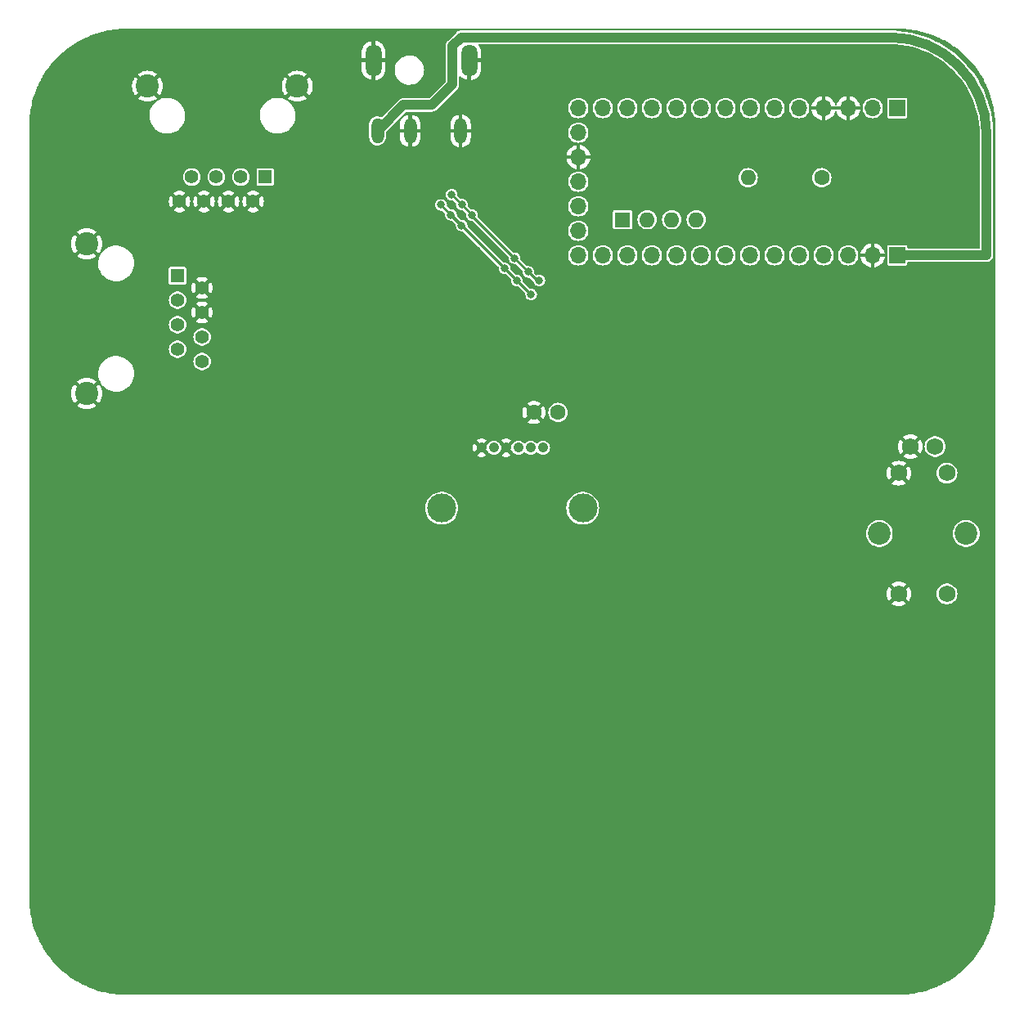
<source format=gbl>
G04 #@! TF.GenerationSoftware,KiCad,Pcbnew,7.0.1*
G04 #@! TF.CreationDate,2024-08-21T15:00:38-07:00*
G04 #@! TF.ProjectId,Dual encoder controller,4475616c-2065-46e6-936f-64657220636f,rev?*
G04 #@! TF.SameCoordinates,Original*
G04 #@! TF.FileFunction,Copper,L2,Bot*
G04 #@! TF.FilePolarity,Positive*
%FSLAX46Y46*%
G04 Gerber Fmt 4.6, Leading zero omitted, Abs format (unit mm)*
G04 Created by KiCad (PCBNEW 7.0.1) date 2024-08-21 15:00:38*
%MOMM*%
%LPD*%
G01*
G04 APERTURE LIST*
G04 #@! TA.AperFunction,ComponentPad*
%ADD10O,1.308000X2.616000*%
G04 #@! TD*
G04 #@! TA.AperFunction,ComponentPad*
%ADD11O,1.660000X3.320000*%
G04 #@! TD*
G04 #@! TA.AperFunction,ComponentPad*
%ADD12C,3.000000*%
G04 #@! TD*
G04 #@! TA.AperFunction,ComponentPad*
%ADD13C,1.070000*%
G04 #@! TD*
G04 #@! TA.AperFunction,WasherPad*
%ADD14C,2.362200*%
G04 #@! TD*
G04 #@! TA.AperFunction,ComponentPad*
%ADD15C,1.752600*%
G04 #@! TD*
G04 #@! TA.AperFunction,ComponentPad*
%ADD16R,1.600000X1.600000*%
G04 #@! TD*
G04 #@! TA.AperFunction,ComponentPad*
%ADD17O,1.600000X1.600000*%
G04 #@! TD*
G04 #@! TA.AperFunction,ComponentPad*
%ADD18R,1.700000X1.700000*%
G04 #@! TD*
G04 #@! TA.AperFunction,ComponentPad*
%ADD19O,1.700000X1.700000*%
G04 #@! TD*
G04 #@! TA.AperFunction,ComponentPad*
%ADD20R,1.408000X1.408000*%
G04 #@! TD*
G04 #@! TA.AperFunction,ComponentPad*
%ADD21C,1.408000*%
G04 #@! TD*
G04 #@! TA.AperFunction,ComponentPad*
%ADD22C,2.400000*%
G04 #@! TD*
G04 #@! TA.AperFunction,ComponentPad*
%ADD23C,1.600000*%
G04 #@! TD*
G04 #@! TA.AperFunction,ViaPad*
%ADD24C,0.800000*%
G04 #@! TD*
G04 #@! TA.AperFunction,Conductor*
%ADD25C,0.250000*%
G04 #@! TD*
G04 #@! TA.AperFunction,Conductor*
%ADD26C,1.000000*%
G04 #@! TD*
G04 APERTURE END LIST*
D10*
X151052500Y-60570000D03*
X159652500Y-60570000D03*
X154452500Y-60570000D03*
D11*
X160552500Y-53270000D03*
X150652500Y-53270000D03*
D12*
X172302500Y-99622300D03*
X157697500Y-99622300D03*
D13*
X168175000Y-93373900D03*
X166905000Y-93373900D03*
X165635000Y-93373900D03*
X164365000Y-93373900D03*
X163095000Y-93373900D03*
X161825000Y-93373900D03*
D14*
X203000002Y-102250000D03*
X212000000Y-102250000D03*
D15*
X205000001Y-108500000D03*
X205000001Y-96000000D03*
X210000001Y-108500000D03*
X210000001Y-96000000D03*
X206230001Y-93250000D03*
X208770001Y-93250000D03*
D16*
X176425000Y-69760000D03*
D17*
X178965000Y-69760000D03*
X181505000Y-69760000D03*
X184045000Y-69760000D03*
D18*
X204855000Y-58210000D03*
D19*
X202315000Y-58210000D03*
X199775000Y-58210000D03*
X197235000Y-58210000D03*
X194695000Y-58210000D03*
X192155000Y-58210000D03*
X189615000Y-58210000D03*
X187075000Y-58210000D03*
X184535000Y-58210000D03*
X181995000Y-58210000D03*
X179455000Y-58210000D03*
X176915000Y-58210000D03*
X174375000Y-58210000D03*
X171835000Y-58210000D03*
X171835000Y-60750000D03*
X171845000Y-63280000D03*
X171835000Y-65830000D03*
X171835000Y-68370000D03*
X171835000Y-70910000D03*
X171835000Y-73450000D03*
X174375000Y-73450000D03*
X176915000Y-73450000D03*
X179455000Y-73450000D03*
X181995000Y-73450000D03*
X184535000Y-73450000D03*
X187075000Y-73450000D03*
X189615000Y-73450000D03*
X192155000Y-73450000D03*
X194695000Y-73450000D03*
X197235000Y-73450000D03*
X199775000Y-73450000D03*
X202315000Y-73450000D03*
D18*
X204855000Y-73450000D03*
D20*
X139445000Y-65350000D03*
D21*
X138175000Y-67890000D03*
X136905000Y-65350000D03*
X135635000Y-67890000D03*
X134365000Y-65350000D03*
X133095000Y-67890000D03*
X131825000Y-65350000D03*
X130555000Y-67890000D03*
D22*
X142750000Y-55950000D03*
X127250000Y-55950000D03*
D23*
X197045000Y-65410000D03*
D17*
X189425000Y-65410000D03*
D20*
X130350000Y-75555000D03*
D21*
X132890000Y-76825000D03*
X130350000Y-78095000D03*
X132890000Y-79365000D03*
X130350000Y-80635000D03*
X132890000Y-81905000D03*
X130350000Y-83175000D03*
X132890000Y-84445000D03*
D22*
X120950000Y-72250000D03*
X120950000Y-87750000D03*
D23*
X167240000Y-89720000D03*
X169740000Y-89720000D03*
D24*
X145520000Y-83270000D03*
X116030000Y-100730000D03*
X210370000Y-111250000D03*
X143730000Y-67490000D03*
X211110000Y-84820000D03*
X134140000Y-149300000D03*
X194660000Y-62190000D03*
X116030000Y-93110000D03*
X202110000Y-60970000D03*
X177900000Y-68780000D03*
X170820000Y-75310000D03*
X197640000Y-149300000D03*
X117140000Y-143720000D03*
X174780000Y-149300000D03*
X151920000Y-149300000D03*
X190760000Y-56960000D03*
X116030000Y-103270000D03*
X116030000Y-136290000D03*
X116030000Y-70250000D03*
X210890000Y-105200000D03*
X164150000Y-82170000D03*
X208700000Y-91450000D03*
X163020000Y-75740000D03*
X178630000Y-55680000D03*
X167970000Y-59680000D03*
X116030000Y-133750000D03*
X167980000Y-74870000D03*
X192660000Y-76810000D03*
X152880000Y-66030000D03*
X147800000Y-68960000D03*
X169450000Y-61910000D03*
X175770000Y-52710000D03*
X193990000Y-111210000D03*
X154020000Y-67490000D03*
X163540000Y-73090000D03*
X131760000Y-85590000D03*
X157560000Y-83200000D03*
X156150000Y-80470000D03*
X144300000Y-50800000D03*
X212750000Y-86800000D03*
X171580000Y-102940000D03*
X141970000Y-67470000D03*
X178220000Y-74390000D03*
X149350000Y-76790000D03*
X157530000Y-69310000D03*
X199750000Y-64250000D03*
X134420000Y-85810000D03*
X213740000Y-117080000D03*
X180710000Y-74330000D03*
X131600000Y-50800000D03*
X177880000Y-111230000D03*
X202250000Y-52020000D03*
X146350000Y-67490000D03*
X211150000Y-79610000D03*
X166940000Y-82800000D03*
X211880000Y-145390000D03*
X184890000Y-52710000D03*
X171590000Y-106200000D03*
X158420000Y-78200000D03*
X126520000Y-149300000D03*
X175510000Y-55660000D03*
X169700000Y-149300000D03*
X116030000Y-115970000D03*
X140290000Y-67890000D03*
X139220000Y-50800000D03*
X211470000Y-107510000D03*
X208920000Y-147910000D03*
X212700000Y-91200000D03*
X213740000Y-139940000D03*
X161560000Y-68530000D03*
X177820000Y-88310000D03*
X138690000Y-83270000D03*
X196090000Y-108920000D03*
X164240000Y-98480000D03*
X184520000Y-82430000D03*
X116030000Y-105810000D03*
X159740000Y-69300000D03*
X123980000Y-149300000D03*
X169300000Y-100640000D03*
X175640000Y-74270000D03*
X116030000Y-65170000D03*
X145050000Y-66040000D03*
X168900000Y-103590000D03*
X165850000Y-72890000D03*
X186540000Y-72030000D03*
X154240000Y-81470000D03*
X202720000Y-149300000D03*
X210010000Y-65390000D03*
X176610000Y-107960000D03*
X193330000Y-57190000D03*
X181340000Y-55660000D03*
X170090000Y-52020000D03*
X168380000Y-92120000D03*
X185530000Y-69950000D03*
X184590000Y-79620000D03*
X137050000Y-81460000D03*
X187480000Y-149300000D03*
X165690000Y-95950000D03*
X179980000Y-108940000D03*
X140720000Y-85710000D03*
X192990000Y-54720000D03*
X203940000Y-94600000D03*
X214480000Y-108150000D03*
X205780000Y-69880000D03*
X167090000Y-79250000D03*
X155480000Y-83010000D03*
X146840000Y-149300000D03*
X134990000Y-76390000D03*
X160620000Y-94670000D03*
X210890000Y-97580000D03*
X116030000Y-138830000D03*
X116030000Y-82950000D03*
X172410000Y-76790000D03*
X184940000Y-149300000D03*
X167820000Y-64360000D03*
X176960000Y-54170000D03*
X189270000Y-61890000D03*
X162660000Y-52020000D03*
X158610000Y-73580000D03*
X141630000Y-64610000D03*
X123980000Y-50800000D03*
X181700000Y-111210000D03*
X160900000Y-75720000D03*
X143330000Y-96070000D03*
X164460000Y-69810000D03*
X194160000Y-75380000D03*
X192650000Y-69900000D03*
X179890000Y-64800000D03*
X176590000Y-78250000D03*
X165780000Y-98790000D03*
X173760000Y-88290000D03*
X197820000Y-52000000D03*
X149380000Y-149300000D03*
X209090000Y-102630000D03*
X184680000Y-59720000D03*
X159650000Y-85690000D03*
X182810000Y-60060000D03*
X165620000Y-88180000D03*
X194350000Y-52030000D03*
X155280000Y-68970000D03*
X157640000Y-66030000D03*
X167160000Y-149300000D03*
X171090000Y-55200000D03*
X116030000Y-88030000D03*
X187610000Y-76650000D03*
X212720000Y-98690000D03*
X205250000Y-79320000D03*
X171510000Y-86060000D03*
X139340000Y-93130000D03*
X192170000Y-108940000D03*
X152230000Y-98350000D03*
X139930000Y-63590000D03*
X145100000Y-68960000D03*
X152690000Y-76790000D03*
X191650000Y-79040000D03*
X192230000Y-62480000D03*
X166510000Y-61620000D03*
X212300000Y-110600000D03*
X168240000Y-94770000D03*
X152720000Y-79740000D03*
X185730000Y-66610000D03*
X159820000Y-67150000D03*
X116030000Y-98190000D03*
X191560000Y-64340000D03*
X166620000Y-101290000D03*
X151610000Y-85790000D03*
X165860000Y-85760000D03*
X172720000Y-55680000D03*
X213740000Y-137400000D03*
X116030000Y-90570000D03*
X150590000Y-66030000D03*
X188470000Y-71720000D03*
X171280000Y-89190000D03*
X200570000Y-111210000D03*
X116030000Y-131210000D03*
X140810000Y-66300000D03*
X172880000Y-67120000D03*
X136200000Y-93230000D03*
X181610000Y-76640000D03*
X142130000Y-76800000D03*
X172240000Y-149300000D03*
X188460000Y-66640000D03*
X155450000Y-85710000D03*
X185850000Y-64080000D03*
X212970000Y-66590000D03*
X161310000Y-72960000D03*
X168680000Y-53450000D03*
X172600000Y-90010000D03*
X186640000Y-61710000D03*
X199640000Y-69260000D03*
X192670000Y-60210000D03*
X190880000Y-59030000D03*
X175880000Y-110470000D03*
X202870000Y-67250000D03*
X209080000Y-98780000D03*
X143890000Y-78280000D03*
X137210000Y-85790000D03*
X138820000Y-79750000D03*
X159540000Y-149300000D03*
X178670000Y-76260000D03*
X206920000Y-52540000D03*
X205260000Y-149300000D03*
X188780000Y-54670000D03*
X154090000Y-96070000D03*
X186220000Y-54190000D03*
X207240000Y-111230000D03*
X187310000Y-69450000D03*
X207820000Y-82000000D03*
X155870000Y-98380000D03*
X157000000Y-149300000D03*
X196270000Y-69250000D03*
X167940000Y-68660000D03*
X160770000Y-78030000D03*
X180620000Y-83560000D03*
X205250000Y-89420000D03*
X116030000Y-85490000D03*
X194280000Y-67570000D03*
X149010000Y-98350000D03*
X190870000Y-71250000D03*
X126520000Y-50800000D03*
X170480000Y-78270000D03*
X197690000Y-67070000D03*
X174270000Y-105550000D03*
X158270000Y-80470000D03*
X212720000Y-94890000D03*
X162660000Y-96080000D03*
X135600000Y-83300000D03*
X190400000Y-52040000D03*
X174140000Y-54190000D03*
X169450000Y-64490000D03*
X139220000Y-149300000D03*
X116030000Y-123590000D03*
X150650000Y-96070000D03*
X211180000Y-75110000D03*
X213740000Y-124700000D03*
X154570000Y-75520000D03*
X166790000Y-76320000D03*
X129060000Y-149300000D03*
X211210000Y-55610000D03*
X156460000Y-73650000D03*
X143050000Y-66040000D03*
X143890000Y-85710000D03*
X179980000Y-54190000D03*
X210890000Y-100120000D03*
X131370000Y-81980000D03*
X204440000Y-111200000D03*
X175110000Y-81640000D03*
X184160000Y-88630000D03*
X213740000Y-129780000D03*
X169590000Y-82060000D03*
X147560000Y-78280000D03*
X166300000Y-52010000D03*
X149380000Y-50800000D03*
X116030000Y-80410000D03*
X145620000Y-76800000D03*
X185040000Y-76490000D03*
X154460000Y-50800000D03*
X212960000Y-60950000D03*
X170520000Y-92150000D03*
X210790000Y-92930000D03*
X116030000Y-60090000D03*
X187030000Y-59750000D03*
X202670000Y-108920000D03*
X158350000Y-96070000D03*
X145190000Y-98330000D03*
X169460000Y-57660000D03*
X169150000Y-76780000D03*
X165610000Y-71010000D03*
X116030000Y-108350000D03*
X141470000Y-98380000D03*
X179260000Y-81710000D03*
X165420000Y-91380000D03*
X179520000Y-67600000D03*
X149220000Y-83250000D03*
X175640000Y-89810000D03*
X187060000Y-83630000D03*
X195100000Y-149300000D03*
X188650000Y-63890000D03*
X212750000Y-81930000D03*
X127170000Y-84160000D03*
X183800000Y-108920000D03*
X208150000Y-108920000D03*
X209140000Y-106940000D03*
X168080000Y-97520000D03*
X185900000Y-111230000D03*
X161480000Y-83200000D03*
X163700000Y-66380000D03*
X194200000Y-72010000D03*
X161320000Y-70880000D03*
X158670000Y-68220000D03*
X134140000Y-50800000D03*
X172240000Y-80590000D03*
X177710000Y-62630000D03*
X213740000Y-142480000D03*
X141760000Y-149300000D03*
X145600000Y-79750000D03*
X199760000Y-108940000D03*
X205260000Y-75140000D03*
X173300000Y-61370000D03*
X116030000Y-113430000D03*
X147250000Y-81480000D03*
X182400000Y-149300000D03*
X196220000Y-64110000D03*
X213740000Y-122160000D03*
X177320000Y-149300000D03*
X142230000Y-83300000D03*
X169980000Y-68770000D03*
X195330000Y-56750000D03*
X212720000Y-105630000D03*
X137410000Y-63790000D03*
X190920000Y-68380000D03*
X153090000Y-83250000D03*
X203240000Y-70780000D03*
X136680000Y-50800000D03*
X140620000Y-78280000D03*
X189130000Y-75080000D03*
X147610000Y-85760000D03*
X119300000Y-146180000D03*
X162910000Y-90900000D03*
X175180000Y-86070000D03*
X116030000Y-67710000D03*
X163540000Y-85760000D03*
X179860000Y-149300000D03*
X172120000Y-52720000D03*
X168800000Y-55420000D03*
X160130000Y-91330000D03*
X116030000Y-141370000D03*
X192560000Y-149300000D03*
X176480000Y-76390000D03*
X149280000Y-79740000D03*
X180390000Y-89800000D03*
X167890000Y-66380000D03*
X165410000Y-74940000D03*
X190890000Y-66130000D03*
X200180000Y-149300000D03*
X203890000Y-92080000D03*
X178570000Y-52710000D03*
X190130000Y-60500000D03*
X205250000Y-84390000D03*
X173110000Y-83910000D03*
X205130000Y-60590000D03*
X170040000Y-66530000D03*
X136650000Y-90440000D03*
X142730000Y-68960000D03*
X129010000Y-86020000D03*
X178950000Y-79280000D03*
X213740000Y-127240000D03*
X194090000Y-78700000D03*
X150440000Y-68960000D03*
X213740000Y-114540000D03*
X158870000Y-71220000D03*
X213740000Y-132320000D03*
X162940000Y-88610000D03*
X156280000Y-75910000D03*
X132620000Y-74810000D03*
X213740000Y-134860000D03*
X182710000Y-70670000D03*
X156060000Y-78190000D03*
X140370000Y-81470000D03*
X165940000Y-64160000D03*
X178260000Y-71310000D03*
X181990000Y-52710000D03*
X116620000Y-56750000D03*
X134290000Y-82400000D03*
X144300000Y-149300000D03*
X151650000Y-67490000D03*
X138860000Y-95890000D03*
X174210000Y-75310000D03*
X188520000Y-56480000D03*
X180710000Y-59010000D03*
X116030000Y-128670000D03*
X187880000Y-52710000D03*
X211090000Y-89250000D03*
X175190000Y-63260000D03*
X147100000Y-96070000D03*
X187460000Y-79390000D03*
X182180000Y-62500000D03*
X197660000Y-111230000D03*
X158480000Y-75780000D03*
X167680000Y-71080000D03*
X116030000Y-75330000D03*
X149370000Y-67500000D03*
X170960000Y-59500000D03*
X190600000Y-82240000D03*
X165610000Y-68660000D03*
X147850000Y-66030000D03*
X181640000Y-79930000D03*
X151100000Y-81470000D03*
X173930000Y-108610000D03*
X121610000Y-148120000D03*
X186860000Y-86110000D03*
X160950000Y-98350000D03*
X174370000Y-78250000D03*
X116030000Y-121050000D03*
X182160000Y-67080000D03*
X152810000Y-68970000D03*
X142090000Y-79750000D03*
X151920000Y-50800000D03*
X133770000Y-87620000D03*
X166490000Y-57110000D03*
X116030000Y-110890000D03*
X175710000Y-60640000D03*
X213740000Y-112000000D03*
X211110000Y-71130000D03*
X136680000Y-149300000D03*
X192660000Y-66580000D03*
X155310000Y-66030000D03*
X129060000Y-50800000D03*
X183240000Y-57140000D03*
X184520000Y-55650000D03*
X177040000Y-65120000D03*
X190860000Y-54670000D03*
X116030000Y-72790000D03*
X183050000Y-54190000D03*
X135190000Y-79750000D03*
X180420000Y-86080000D03*
X208610000Y-72240000D03*
X146840000Y-50800000D03*
X131600000Y-149300000D03*
X204210000Y-64320000D03*
X213740000Y-119620000D03*
X208020000Y-87130000D03*
X184370000Y-68320000D03*
X154460000Y-149300000D03*
X169260000Y-84540000D03*
X190070000Y-111230000D03*
X207270000Y-62630000D03*
X165720000Y-66450000D03*
X188000000Y-108940000D03*
X163710000Y-68480000D03*
X151020000Y-78280000D03*
X208070000Y-77320000D03*
X194080000Y-64410000D03*
X128330000Y-81040000D03*
X116030000Y-118510000D03*
X153980000Y-78210000D03*
X116030000Y-126130000D03*
X162080000Y-149300000D03*
X157000000Y-50800000D03*
X120810000Y-51750000D03*
X118150000Y-53890000D03*
X177560000Y-83890000D03*
X164920000Y-77100000D03*
X185830000Y-57150000D03*
X138570000Y-76790000D03*
X182420000Y-88260000D03*
X212720000Y-77050000D03*
X133330000Y-90340000D03*
X208670000Y-95100000D03*
X116030000Y-95650000D03*
X183260000Y-74240000D03*
X116030000Y-77870000D03*
X207640000Y-67210000D03*
X116030000Y-62630000D03*
X141760000Y-50800000D03*
X131070000Y-88080000D03*
X143830000Y-81460000D03*
X191590000Y-75180000D03*
X136940000Y-78280000D03*
X164620000Y-149300000D03*
X190020000Y-149300000D03*
X156480000Y-67490000D03*
X166680000Y-75170000D03*
X160845048Y-69275048D03*
X159780000Y-68210000D03*
X165250000Y-73740000D03*
X158735000Y-67165000D03*
X167810000Y-76050000D03*
X164190000Y-74780000D03*
X166960000Y-77520000D03*
X158660000Y-69250000D03*
X165495000Y-76085000D03*
X159765048Y-70355048D03*
X157640000Y-68230000D03*
D25*
X159780000Y-68210000D02*
X160845048Y-69275048D01*
X159780000Y-68210000D02*
X158735000Y-67165000D01*
X167560000Y-76050000D02*
X167810000Y-76050000D01*
X167560000Y-76050000D02*
X166680000Y-75170000D01*
X165250000Y-73740000D02*
X166680000Y-75170000D01*
X165250000Y-73740000D02*
X160845048Y-69335048D01*
X160845048Y-69335048D02*
X160845048Y-69275048D01*
X158400000Y-68990000D02*
X158660000Y-69250000D01*
X166960000Y-77520000D02*
X164220000Y-74780000D01*
X158660000Y-69250000D02*
X157640000Y-68230000D01*
X158660000Y-69250000D02*
X159765048Y-70355048D01*
X164220000Y-74780000D02*
X164190000Y-74780000D01*
X164190000Y-74780000D02*
X158400000Y-68990000D01*
D26*
X153742500Y-57880000D02*
X151052500Y-60570000D01*
X158810000Y-51760000D02*
X158810000Y-55750000D01*
X214050000Y-73450000D02*
X214090000Y-73410000D01*
X159690000Y-50880000D02*
X158810000Y-51760000D01*
X158810000Y-55750000D02*
X156680000Y-57880000D01*
X156680000Y-57880000D02*
X153742500Y-57880000D01*
X204855000Y-73450000D02*
X214050000Y-73450000D01*
X214090000Y-73410000D02*
X214090000Y-60880000D01*
X204090000Y-50880000D02*
X159690000Y-50880000D01*
X214090000Y-60880000D02*
G75*
G03*
X204090000Y-50880000I-10000000J0D01*
G01*
G04 #@! TA.AperFunction,Conductor*
G36*
X205001125Y-50000534D02*
G01*
X205413504Y-50012995D01*
X205413504Y-50013018D01*
X205413588Y-50012997D01*
X205414176Y-50013015D01*
X205605455Y-50019027D01*
X205609783Y-50019291D01*
X205957406Y-50050880D01*
X205957660Y-50050970D01*
X205957665Y-50050904D01*
X205957792Y-50050915D01*
X206218924Y-50075600D01*
X206223071Y-50076111D01*
X206554781Y-50126597D01*
X206827763Y-50169833D01*
X206831607Y-50170549D01*
X207153718Y-50239694D01*
X207154037Y-50239764D01*
X207429548Y-50301348D01*
X207433270Y-50302283D01*
X207747233Y-50389807D01*
X207747985Y-50390020D01*
X208022115Y-50469663D01*
X208025585Y-50470765D01*
X208331825Y-50576442D01*
X208332669Y-50576740D01*
X208603165Y-50674124D01*
X208606352Y-50675356D01*
X208904459Y-50798836D01*
X208905378Y-50799225D01*
X209170514Y-50913960D01*
X209173448Y-50915309D01*
X209462621Y-51056107D01*
X209463766Y-51056677D01*
X209721955Y-51188231D01*
X209724661Y-51189683D01*
X210004260Y-51347378D01*
X210005500Y-51348094D01*
X210255438Y-51495907D01*
X210257908Y-51497435D01*
X210527147Y-51671511D01*
X210528392Y-51672337D01*
X210725928Y-51806582D01*
X210768931Y-51835807D01*
X210771169Y-51837389D01*
X211029193Y-52027247D01*
X211030506Y-52028240D01*
X211260544Y-52206676D01*
X211262487Y-52208238D01*
X211508360Y-52413147D01*
X211509878Y-52414449D01*
X211566811Y-52464642D01*
X211728322Y-52607034D01*
X211730101Y-52608653D01*
X211963027Y-52827916D01*
X211964595Y-52829438D01*
X212170560Y-53035403D01*
X212172085Y-53036974D01*
X212391339Y-53269891D01*
X212392964Y-53271676D01*
X212585531Y-53490099D01*
X212586862Y-53491651D01*
X212791750Y-53737499D01*
X212793334Y-53739469D01*
X212971739Y-53969468D01*
X212972772Y-53970832D01*
X213162591Y-54228804D01*
X213164191Y-54231067D01*
X213241655Y-54345051D01*
X213327634Y-54471566D01*
X213328515Y-54472893D01*
X213444037Y-54651568D01*
X213502551Y-54742071D01*
X213504103Y-54744580D01*
X213651883Y-54994462D01*
X213652643Y-54995778D01*
X213810301Y-55275312D01*
X213811781Y-55278070D01*
X213943308Y-55536207D01*
X213943905Y-55537407D01*
X214084673Y-55826515D01*
X214086055Y-55829521D01*
X214200742Y-56094548D01*
X214201195Y-56095618D01*
X214324629Y-56393614D01*
X214325887Y-56396867D01*
X214423243Y-56667286D01*
X214423570Y-56668213D01*
X214529229Y-56974402D01*
X214530339Y-56977896D01*
X214609971Y-57251991D01*
X214610191Y-57252765D01*
X214697715Y-57566728D01*
X214698651Y-57570456D01*
X214760207Y-57845840D01*
X214760341Y-57846452D01*
X214829438Y-58168336D01*
X214830175Y-58172291D01*
X214873373Y-58445038D01*
X214873442Y-58445480D01*
X214923885Y-58776916D01*
X214924399Y-58781086D01*
X214949095Y-59042332D01*
X214949119Y-59042599D01*
X214980705Y-59390195D01*
X214980972Y-59394567D01*
X214987001Y-59586403D01*
X214987002Y-59586494D01*
X214987004Y-59586494D01*
X214999466Y-59998875D01*
X214999500Y-60001110D01*
X214999500Y-139998890D01*
X214999466Y-140001125D01*
X214987007Y-140413416D01*
X214987004Y-140413506D01*
X214980972Y-140605431D01*
X214980705Y-140609803D01*
X214949119Y-140957400D01*
X214949095Y-140957667D01*
X214924399Y-141218912D01*
X214923885Y-141223082D01*
X214873442Y-141554518D01*
X214873373Y-141554960D01*
X214830175Y-141827707D01*
X214829438Y-141831662D01*
X214760341Y-142153546D01*
X214760207Y-142154158D01*
X214698651Y-142429542D01*
X214697715Y-142433270D01*
X214610191Y-142747233D01*
X214609971Y-142748007D01*
X214530339Y-143022102D01*
X214529229Y-143025596D01*
X214423570Y-143331785D01*
X214423243Y-143332712D01*
X214325887Y-143603131D01*
X214324629Y-143606384D01*
X214201195Y-143904380D01*
X214200742Y-143905450D01*
X214086055Y-144170477D01*
X214084673Y-144173483D01*
X213943905Y-144462591D01*
X213943308Y-144463791D01*
X213811781Y-144721928D01*
X213810301Y-144724686D01*
X213652643Y-145004220D01*
X213651883Y-145005536D01*
X213504103Y-145255418D01*
X213502551Y-145257927D01*
X213328543Y-145527062D01*
X213327604Y-145528478D01*
X213164191Y-145768931D01*
X213162591Y-145771194D01*
X212972838Y-146029078D01*
X212971705Y-146030576D01*
X212793354Y-146260504D01*
X212791730Y-146262525D01*
X212586870Y-146508338D01*
X212585531Y-146509899D01*
X212392964Y-146728322D01*
X212391339Y-146730107D01*
X212172117Y-146962991D01*
X212170560Y-146964595D01*
X211964595Y-147170560D01*
X211962991Y-147172117D01*
X211730107Y-147391339D01*
X211728322Y-147392964D01*
X211509899Y-147585531D01*
X211508338Y-147586870D01*
X211262525Y-147791730D01*
X211260504Y-147793354D01*
X211030576Y-147971705D01*
X211029078Y-147972838D01*
X210771194Y-148162591D01*
X210768931Y-148164191D01*
X210528478Y-148327604D01*
X210527062Y-148328543D01*
X210257927Y-148502551D01*
X210255418Y-148504103D01*
X210005536Y-148651883D01*
X210004220Y-148652643D01*
X209724686Y-148810301D01*
X209721928Y-148811781D01*
X209463791Y-148943308D01*
X209462591Y-148943905D01*
X209173483Y-149084673D01*
X209170477Y-149086055D01*
X208905450Y-149200742D01*
X208904380Y-149201195D01*
X208606384Y-149324629D01*
X208603131Y-149325887D01*
X208332712Y-149423243D01*
X208331785Y-149423570D01*
X208025596Y-149529229D01*
X208022102Y-149530339D01*
X207748007Y-149609971D01*
X207747233Y-149610191D01*
X207433270Y-149697715D01*
X207429542Y-149698651D01*
X207154158Y-149760207D01*
X207153546Y-149760341D01*
X206831662Y-149829438D01*
X206827707Y-149830175D01*
X206554960Y-149873373D01*
X206554518Y-149873442D01*
X206223082Y-149923885D01*
X206218912Y-149924399D01*
X205957667Y-149949095D01*
X205957400Y-149949119D01*
X205609803Y-149980705D01*
X205605431Y-149980972D01*
X205413595Y-149987001D01*
X205413505Y-149987004D01*
X205001125Y-149999466D01*
X204998890Y-149999500D01*
X125001110Y-149999500D01*
X124998875Y-149999466D01*
X124586493Y-149987004D01*
X124586403Y-149987001D01*
X124394567Y-149980972D01*
X124390195Y-149980705D01*
X124042598Y-149949119D01*
X124042339Y-149949011D01*
X124042332Y-149949095D01*
X123781086Y-149924399D01*
X123776916Y-149923885D01*
X123445480Y-149873442D01*
X123445038Y-149873373D01*
X123172291Y-149830175D01*
X123168336Y-149829438D01*
X122846452Y-149760341D01*
X122845840Y-149760207D01*
X122570456Y-149698651D01*
X122566728Y-149697715D01*
X122252765Y-149610191D01*
X122251991Y-149609971D01*
X121977896Y-149530339D01*
X121974402Y-149529229D01*
X121668213Y-149423570D01*
X121667286Y-149423243D01*
X121396867Y-149325887D01*
X121393614Y-149324629D01*
X121095618Y-149201195D01*
X121094548Y-149200742D01*
X120829521Y-149086055D01*
X120826515Y-149084673D01*
X120537407Y-148943905D01*
X120536207Y-148943308D01*
X120278070Y-148811781D01*
X120275312Y-148810301D01*
X119995778Y-148652643D01*
X119994462Y-148651883D01*
X119744580Y-148504103D01*
X119742071Y-148502551D01*
X119586410Y-148401909D01*
X119472893Y-148328515D01*
X119471566Y-148327634D01*
X119356649Y-148249537D01*
X119231067Y-148164191D01*
X119228804Y-148162591D01*
X118970832Y-147972772D01*
X118969468Y-147971739D01*
X118739469Y-147793334D01*
X118737499Y-147791750D01*
X118491651Y-147586862D01*
X118490099Y-147585531D01*
X118271676Y-147392964D01*
X118269891Y-147391339D01*
X118157028Y-147285097D01*
X118036974Y-147172085D01*
X118035403Y-147170560D01*
X117829438Y-146964595D01*
X117827916Y-146963027D01*
X117608653Y-146730101D01*
X117607034Y-146728322D01*
X117414467Y-146509899D01*
X117413147Y-146508360D01*
X117208238Y-146262487D01*
X117206676Y-146260544D01*
X117028240Y-146030506D01*
X117027247Y-146029193D01*
X116837389Y-145771169D01*
X116835807Y-145768931D01*
X116816392Y-145740363D01*
X116672337Y-145528392D01*
X116671511Y-145527147D01*
X116497435Y-145257908D01*
X116495907Y-145255438D01*
X116348094Y-145005500D01*
X116347378Y-145004260D01*
X116189683Y-144724661D01*
X116188231Y-144721955D01*
X116056677Y-144463766D01*
X116056093Y-144462591D01*
X115915309Y-144173448D01*
X115913960Y-144170514D01*
X115799225Y-143905378D01*
X115798836Y-143904459D01*
X115675356Y-143606352D01*
X115674124Y-143603165D01*
X115576740Y-143332669D01*
X115576428Y-143331785D01*
X115552926Y-143263680D01*
X115470765Y-143025585D01*
X115469659Y-143022102D01*
X115390027Y-142748007D01*
X115389807Y-142747233D01*
X115302283Y-142433270D01*
X115301347Y-142429542D01*
X115239764Y-142154037D01*
X115239694Y-142153718D01*
X115170549Y-141831607D01*
X115169833Y-141827763D01*
X115126579Y-141554668D01*
X115076111Y-141223071D01*
X115075599Y-141218912D01*
X115050912Y-140957750D01*
X115019291Y-140609783D01*
X115019027Y-140605453D01*
X115012992Y-140413416D01*
X115000534Y-140001125D01*
X115000500Y-139998890D01*
X115000500Y-109532887D01*
X204249955Y-109532887D01*
X204359411Y-109609529D01*
X204561813Y-109703910D01*
X204777530Y-109761711D01*
X205000001Y-109781175D01*
X205222471Y-109761711D01*
X205438188Y-109703910D01*
X205640590Y-109609529D01*
X205750045Y-109532887D01*
X205000001Y-108782843D01*
X204249955Y-109532887D01*
X115000500Y-109532887D01*
X115000500Y-108500000D01*
X203718825Y-108500000D01*
X203738289Y-108722470D01*
X203796090Y-108938187D01*
X203890471Y-109140589D01*
X203967113Y-109250043D01*
X204717158Y-108500000D01*
X205282844Y-108500000D01*
X206032888Y-109250044D01*
X206109530Y-109140589D01*
X206203911Y-108938187D01*
X206261712Y-108722470D01*
X206281176Y-108500000D01*
X206281176Y-108499999D01*
X208918587Y-108499999D01*
X208937000Y-108698708D01*
X208991612Y-108890649D01*
X209080565Y-109069292D01*
X209200826Y-109228542D01*
X209200827Y-109228543D01*
X209348304Y-109362986D01*
X209517974Y-109468041D01*
X209704058Y-109540131D01*
X209900221Y-109576800D01*
X210099781Y-109576800D01*
X210295944Y-109540131D01*
X210482028Y-109468041D01*
X210651698Y-109362986D01*
X210799175Y-109228543D01*
X210919437Y-109069291D01*
X211008389Y-108890651D01*
X211063001Y-108698709D01*
X211081414Y-108500000D01*
X211063001Y-108301291D01*
X211008389Y-108109349D01*
X210919437Y-107930709D01*
X210919436Y-107930708D01*
X210919436Y-107930707D01*
X210799175Y-107771457D01*
X210651698Y-107637014D01*
X210482028Y-107531959D01*
X210295943Y-107459868D01*
X210099781Y-107423200D01*
X209900221Y-107423200D01*
X209704058Y-107459868D01*
X209517973Y-107531959D01*
X209348303Y-107637014D01*
X209200826Y-107771457D01*
X209080565Y-107930707D01*
X208991612Y-108109350D01*
X208937000Y-108301291D01*
X208918587Y-108499999D01*
X206281176Y-108499999D01*
X206261712Y-108277529D01*
X206203911Y-108061812D01*
X206109530Y-107859411D01*
X206032888Y-107749955D01*
X205282844Y-108500000D01*
X204717158Y-108500000D01*
X203967113Y-107749955D01*
X203890471Y-107859412D01*
X203796090Y-108061812D01*
X203738289Y-108277529D01*
X203718825Y-108500000D01*
X115000500Y-108500000D01*
X115000500Y-107467112D01*
X204249956Y-107467112D01*
X205000000Y-108217156D01*
X205750045Y-107467111D01*
X205640590Y-107390470D01*
X205438188Y-107296089D01*
X205222471Y-107238288D01*
X205000001Y-107218824D01*
X204777530Y-107238288D01*
X204561813Y-107296089D01*
X204359413Y-107390470D01*
X204249956Y-107467112D01*
X115000500Y-107467112D01*
X115000500Y-102249999D01*
X201613666Y-102249999D01*
X201632574Y-102478179D01*
X201688783Y-102700146D01*
X201780756Y-102909823D01*
X201905988Y-103101505D01*
X202061061Y-103269959D01*
X202241748Y-103410593D01*
X202342433Y-103465080D01*
X202443118Y-103519569D01*
X202659677Y-103593914D01*
X202885519Y-103631600D01*
X203114484Y-103631600D01*
X203114485Y-103631600D01*
X203340327Y-103593914D01*
X203556886Y-103519569D01*
X203758255Y-103410593D01*
X203938941Y-103269960D01*
X204094015Y-103101505D01*
X204219247Y-102909823D01*
X204311222Y-102700142D01*
X204367429Y-102478183D01*
X204386337Y-102250000D01*
X204386337Y-102249999D01*
X210613664Y-102249999D01*
X210632572Y-102478179D01*
X210688781Y-102700146D01*
X210780754Y-102909823D01*
X210905986Y-103101505D01*
X211061059Y-103269959D01*
X211241746Y-103410593D01*
X211342431Y-103465080D01*
X211443116Y-103519569D01*
X211659675Y-103593914D01*
X211885517Y-103631600D01*
X212114482Y-103631600D01*
X212114483Y-103631600D01*
X212340325Y-103593914D01*
X212556884Y-103519569D01*
X212758253Y-103410593D01*
X212938939Y-103269960D01*
X213094013Y-103101505D01*
X213219245Y-102909823D01*
X213311220Y-102700142D01*
X213367427Y-102478183D01*
X213386335Y-102250000D01*
X213367427Y-102021817D01*
X213311220Y-101799858D01*
X213219245Y-101590177D01*
X213219245Y-101590176D01*
X213094013Y-101398494D01*
X212938940Y-101230040D01*
X212758253Y-101089406D01*
X212556882Y-100980430D01*
X212340328Y-100906087D01*
X212340327Y-100906086D01*
X212340325Y-100906086D01*
X212114483Y-100868400D01*
X211885517Y-100868400D01*
X211659675Y-100906086D01*
X211659673Y-100906086D01*
X211659671Y-100906087D01*
X211443117Y-100980430D01*
X211241746Y-101089406D01*
X211061059Y-101230040D01*
X210905986Y-101398494D01*
X210780754Y-101590176D01*
X210688781Y-101799853D01*
X210632572Y-102021820D01*
X210613664Y-102249999D01*
X204386337Y-102249999D01*
X204367429Y-102021817D01*
X204311222Y-101799858D01*
X204219247Y-101590177D01*
X204219247Y-101590176D01*
X204094015Y-101398494D01*
X203938942Y-101230040D01*
X203758255Y-101089406D01*
X203556884Y-100980430D01*
X203340330Y-100906087D01*
X203340329Y-100906086D01*
X203340327Y-100906086D01*
X203114485Y-100868400D01*
X202885519Y-100868400D01*
X202659677Y-100906086D01*
X202659675Y-100906086D01*
X202659673Y-100906087D01*
X202443119Y-100980430D01*
X202241748Y-101089406D01*
X202061061Y-101230040D01*
X201905988Y-101398494D01*
X201780756Y-101590176D01*
X201688783Y-101799853D01*
X201632574Y-102021820D01*
X201613666Y-102249999D01*
X115000500Y-102249999D01*
X115000500Y-99622300D01*
X155992232Y-99622300D01*
X156011277Y-99876453D01*
X156067992Y-100124937D01*
X156161107Y-100362188D01*
X156288543Y-100582916D01*
X156447445Y-100782173D01*
X156634281Y-100955531D01*
X156844867Y-101099106D01*
X157074498Y-101209690D01*
X157318042Y-101284813D01*
X157570061Y-101322800D01*
X157570065Y-101322800D01*
X157824935Y-101322800D01*
X157824939Y-101322800D01*
X158026553Y-101292410D01*
X158076958Y-101284813D01*
X158320504Y-101209689D01*
X158550134Y-101099105D01*
X158760717Y-100955532D01*
X158947550Y-100782177D01*
X158947550Y-100782175D01*
X158947554Y-100782173D01*
X159106456Y-100582916D01*
X159106456Y-100582915D01*
X159106459Y-100582912D01*
X159233893Y-100362188D01*
X159327008Y-100124937D01*
X159383722Y-99876457D01*
X159402768Y-99622300D01*
X170597232Y-99622300D01*
X170616277Y-99876453D01*
X170672992Y-100124937D01*
X170766107Y-100362188D01*
X170893543Y-100582916D01*
X171052445Y-100782173D01*
X171239281Y-100955531D01*
X171449867Y-101099106D01*
X171679498Y-101209690D01*
X171923042Y-101284813D01*
X172175061Y-101322800D01*
X172175065Y-101322800D01*
X172429935Y-101322800D01*
X172429939Y-101322800D01*
X172631553Y-101292410D01*
X172681958Y-101284813D01*
X172925504Y-101209689D01*
X173155134Y-101099105D01*
X173365717Y-100955532D01*
X173552550Y-100782177D01*
X173552550Y-100782175D01*
X173552554Y-100782173D01*
X173711456Y-100582916D01*
X173711456Y-100582915D01*
X173711459Y-100582912D01*
X173838893Y-100362188D01*
X173932008Y-100124937D01*
X173988722Y-99876457D01*
X174007768Y-99622300D01*
X173988722Y-99368143D01*
X173932008Y-99119663D01*
X173838893Y-98882412D01*
X173711459Y-98661688D01*
X173711458Y-98661687D01*
X173711456Y-98661683D01*
X173552554Y-98462426D01*
X173365718Y-98289068D01*
X173155132Y-98145493D01*
X172925501Y-98034909D01*
X172681957Y-97959786D01*
X172429939Y-97921800D01*
X172429935Y-97921800D01*
X172175065Y-97921800D01*
X172175061Y-97921800D01*
X171923042Y-97959786D01*
X171679498Y-98034909D01*
X171449867Y-98145493D01*
X171239281Y-98289068D01*
X171052445Y-98462426D01*
X170893543Y-98661683D01*
X170766107Y-98882411D01*
X170672992Y-99119662D01*
X170616277Y-99368146D01*
X170597232Y-99622300D01*
X159402768Y-99622300D01*
X159383722Y-99368143D01*
X159327008Y-99119663D01*
X159233893Y-98882412D01*
X159106459Y-98661688D01*
X159106458Y-98661687D01*
X159106456Y-98661683D01*
X158947554Y-98462426D01*
X158760718Y-98289068D01*
X158550132Y-98145493D01*
X158320501Y-98034909D01*
X158076957Y-97959786D01*
X157824939Y-97921800D01*
X157824935Y-97921800D01*
X157570065Y-97921800D01*
X157570061Y-97921800D01*
X157318042Y-97959786D01*
X157074498Y-98034909D01*
X156844867Y-98145493D01*
X156634281Y-98289068D01*
X156447445Y-98462426D01*
X156288543Y-98661683D01*
X156161107Y-98882411D01*
X156067992Y-99119662D01*
X156011277Y-99368146D01*
X155992232Y-99622300D01*
X115000500Y-99622300D01*
X115000500Y-97032887D01*
X204249955Y-97032887D01*
X204359411Y-97109529D01*
X204561813Y-97203910D01*
X204777530Y-97261711D01*
X205000001Y-97281175D01*
X205222471Y-97261711D01*
X205438188Y-97203910D01*
X205640590Y-97109529D01*
X205750045Y-97032887D01*
X205000001Y-96282843D01*
X204249955Y-97032887D01*
X115000500Y-97032887D01*
X115000500Y-96000000D01*
X203718825Y-96000000D01*
X203738289Y-96222470D01*
X203796090Y-96438187D01*
X203890471Y-96640589D01*
X203967113Y-96750043D01*
X204717158Y-96000000D01*
X205282844Y-96000000D01*
X206032888Y-96750044D01*
X206109530Y-96640589D01*
X206203911Y-96438187D01*
X206261712Y-96222470D01*
X206281176Y-96000000D01*
X208918587Y-96000000D01*
X208937000Y-96198708D01*
X208991612Y-96390649D01*
X209080565Y-96569292D01*
X209200826Y-96728542D01*
X209200827Y-96728543D01*
X209348304Y-96862986D01*
X209517974Y-96968041D01*
X209704058Y-97040131D01*
X209900221Y-97076800D01*
X210099781Y-97076800D01*
X210295944Y-97040131D01*
X210482028Y-96968041D01*
X210651698Y-96862986D01*
X210799175Y-96728543D01*
X210919437Y-96569291D01*
X211008389Y-96390651D01*
X211063001Y-96198709D01*
X211081414Y-96000000D01*
X211063001Y-95801291D01*
X211008389Y-95609349D01*
X210919437Y-95430709D01*
X210919436Y-95430708D01*
X210919436Y-95430707D01*
X210799175Y-95271457D01*
X210651698Y-95137014D01*
X210482028Y-95031959D01*
X210295943Y-94959868D01*
X210099781Y-94923200D01*
X209900221Y-94923200D01*
X209704058Y-94959868D01*
X209517973Y-95031959D01*
X209348303Y-95137014D01*
X209200826Y-95271457D01*
X209080565Y-95430707D01*
X208991612Y-95609350D01*
X208937000Y-95801291D01*
X208918587Y-96000000D01*
X206281176Y-96000000D01*
X206261712Y-95777529D01*
X206203911Y-95561812D01*
X206109530Y-95359411D01*
X206032888Y-95249955D01*
X205282844Y-96000000D01*
X204717158Y-96000000D01*
X203967113Y-95249955D01*
X203890471Y-95359412D01*
X203796090Y-95561812D01*
X203738289Y-95777529D01*
X203718825Y-96000000D01*
X115000500Y-96000000D01*
X115000500Y-94967112D01*
X204249956Y-94967112D01*
X205000000Y-95717156D01*
X205750045Y-94967111D01*
X205640590Y-94890470D01*
X205438188Y-94796089D01*
X205222471Y-94738288D01*
X205000001Y-94718824D01*
X204777530Y-94738288D01*
X204561813Y-94796089D01*
X204359413Y-94890470D01*
X204249956Y-94967112D01*
X115000500Y-94967112D01*
X115000500Y-94162307D01*
X161319433Y-94162307D01*
X161354929Y-94188096D01*
X161534475Y-94268035D01*
X161726728Y-94308900D01*
X161923272Y-94308900D01*
X162115524Y-94268035D01*
X162295071Y-94188096D01*
X162330565Y-94162308D01*
X162330564Y-94162307D01*
X163859433Y-94162307D01*
X163894929Y-94188096D01*
X164074475Y-94268035D01*
X164266728Y-94308900D01*
X164463272Y-94308900D01*
X164585652Y-94282887D01*
X205479955Y-94282887D01*
X205589411Y-94359529D01*
X205791813Y-94453910D01*
X206007530Y-94511711D01*
X206230001Y-94531175D01*
X206452471Y-94511711D01*
X206668188Y-94453910D01*
X206870590Y-94359529D01*
X206980045Y-94282887D01*
X206230001Y-93532843D01*
X205479955Y-94282887D01*
X164585652Y-94282887D01*
X164655524Y-94268035D01*
X164835071Y-94188096D01*
X164870565Y-94162308D01*
X164365000Y-93656742D01*
X163859433Y-94162307D01*
X162330564Y-94162307D01*
X161825000Y-93656742D01*
X161319433Y-94162307D01*
X115000500Y-94162307D01*
X115000500Y-93373899D01*
X160884850Y-93373899D01*
X160905395Y-93569370D01*
X160966128Y-93756291D01*
X161037005Y-93879051D01*
X161542157Y-93373900D01*
X162107842Y-93373900D01*
X162420827Y-93686884D01*
X162431158Y-93699839D01*
X162516322Y-93835376D01*
X162633523Y-93952577D01*
X162773860Y-94040757D01*
X162930295Y-94095496D01*
X162930298Y-94095496D01*
X162930300Y-94095497D01*
X163095000Y-94114054D01*
X163259700Y-94095497D01*
X163259702Y-94095496D01*
X163259704Y-94095496D01*
X163416139Y-94040757D01*
X163515153Y-93978542D01*
X163556478Y-93952576D01*
X163673676Y-93835378D01*
X163758844Y-93699834D01*
X163769174Y-93686881D01*
X164082157Y-93373900D01*
X164647842Y-93373900D01*
X164960827Y-93686884D01*
X164971158Y-93699839D01*
X165056322Y-93835376D01*
X165173523Y-93952577D01*
X165313860Y-94040757D01*
X165470295Y-94095496D01*
X165470298Y-94095496D01*
X165470300Y-94095497D01*
X165635000Y-94114054D01*
X165799700Y-94095497D01*
X165799702Y-94095496D01*
X165799704Y-94095496D01*
X165956139Y-94040757D01*
X166055153Y-93978542D01*
X166096478Y-93952576D01*
X166213676Y-93835378D01*
X166213676Y-93835377D01*
X166217674Y-93831380D01*
X166250847Y-93812227D01*
X166289153Y-93812227D01*
X166322326Y-93831380D01*
X166443523Y-93952577D01*
X166583860Y-94040757D01*
X166740295Y-94095496D01*
X166740298Y-94095496D01*
X166740300Y-94095497D01*
X166905000Y-94114054D01*
X167069700Y-94095497D01*
X167069702Y-94095496D01*
X167069704Y-94095496D01*
X167226139Y-94040757D01*
X167325153Y-93978542D01*
X167366478Y-93952576D01*
X167483676Y-93835378D01*
X167483676Y-93835377D01*
X167487674Y-93831380D01*
X167520847Y-93812227D01*
X167559153Y-93812227D01*
X167592326Y-93831380D01*
X167713523Y-93952577D01*
X167853860Y-94040757D01*
X168010295Y-94095496D01*
X168010298Y-94095496D01*
X168010300Y-94095497D01*
X168175000Y-94114054D01*
X168339700Y-94095497D01*
X168339702Y-94095496D01*
X168339704Y-94095496D01*
X168496139Y-94040757D01*
X168595153Y-93978542D01*
X168636478Y-93952576D01*
X168753676Y-93835378D01*
X168841856Y-93695041D01*
X168841857Y-93695039D01*
X168896596Y-93538604D01*
X168896596Y-93538602D01*
X168896597Y-93538600D01*
X168915154Y-93373900D01*
X168901194Y-93250000D01*
X204948825Y-93250000D01*
X204968289Y-93472470D01*
X205026090Y-93688187D01*
X205120471Y-93890589D01*
X205197113Y-94000043D01*
X205947158Y-93250000D01*
X206512844Y-93250000D01*
X207262888Y-94000044D01*
X207339530Y-93890589D01*
X207433911Y-93688187D01*
X207491712Y-93472470D01*
X207511176Y-93250000D01*
X207511176Y-93249999D01*
X207688587Y-93249999D01*
X207707000Y-93448708D01*
X207761612Y-93640649D01*
X207850565Y-93819292D01*
X207951218Y-93952577D01*
X207970827Y-93978543D01*
X208118304Y-94112986D01*
X208287974Y-94218041D01*
X208474058Y-94290131D01*
X208670221Y-94326800D01*
X208869781Y-94326800D01*
X209065944Y-94290131D01*
X209252028Y-94218041D01*
X209421698Y-94112986D01*
X209569175Y-93978543D01*
X209689437Y-93819291D01*
X209778389Y-93640651D01*
X209833001Y-93448709D01*
X209851414Y-93250000D01*
X209833001Y-93051291D01*
X209778389Y-92859349D01*
X209689437Y-92680709D01*
X209689436Y-92680708D01*
X209689436Y-92680707D01*
X209569175Y-92521457D01*
X209421698Y-92387014D01*
X209252028Y-92281959D01*
X209065943Y-92209868D01*
X208869781Y-92173200D01*
X208670221Y-92173200D01*
X208474058Y-92209868D01*
X208287973Y-92281959D01*
X208118303Y-92387014D01*
X207970826Y-92521457D01*
X207850565Y-92680707D01*
X207761612Y-92859350D01*
X207707000Y-93051291D01*
X207688587Y-93249999D01*
X207511176Y-93249999D01*
X207491712Y-93027529D01*
X207433911Y-92811812D01*
X207339530Y-92609411D01*
X207262888Y-92499955D01*
X206512844Y-93250000D01*
X205947158Y-93250000D01*
X205197113Y-92499955D01*
X205120471Y-92609412D01*
X205026090Y-92811812D01*
X204968289Y-93027529D01*
X204948825Y-93250000D01*
X168901194Y-93250000D01*
X168896597Y-93209200D01*
X168896596Y-93209198D01*
X168896596Y-93209195D01*
X168841857Y-93052760D01*
X168753677Y-92912423D01*
X168636476Y-92795222D01*
X168496139Y-92707042D01*
X168339704Y-92652303D01*
X168175000Y-92633746D01*
X168010295Y-92652303D01*
X167853860Y-92707042D01*
X167713523Y-92795222D01*
X167592326Y-92916420D01*
X167559153Y-92935573D01*
X167520847Y-92935573D01*
X167487674Y-92916420D01*
X167366476Y-92795222D01*
X167226139Y-92707042D01*
X167069704Y-92652303D01*
X166905000Y-92633746D01*
X166740295Y-92652303D01*
X166583860Y-92707042D01*
X166443523Y-92795222D01*
X166322326Y-92916420D01*
X166289153Y-92935573D01*
X166250847Y-92935573D01*
X166217674Y-92916420D01*
X166096476Y-92795222D01*
X165956139Y-92707042D01*
X165799704Y-92652303D01*
X165635000Y-92633746D01*
X165470295Y-92652303D01*
X165313860Y-92707042D01*
X165173523Y-92795222D01*
X165056322Y-92912423D01*
X164971161Y-93047956D01*
X164960830Y-93060911D01*
X164647842Y-93373900D01*
X164082157Y-93373900D01*
X163769171Y-93060914D01*
X163758839Y-93047958D01*
X163729999Y-93002060D01*
X163673676Y-92912422D01*
X163556478Y-92795224D01*
X163556476Y-92795222D01*
X163416139Y-92707042D01*
X163259704Y-92652303D01*
X163095000Y-92633746D01*
X162930295Y-92652303D01*
X162773860Y-92707042D01*
X162633523Y-92795222D01*
X162516322Y-92912423D01*
X162431161Y-93047956D01*
X162420830Y-93060911D01*
X162107842Y-93373900D01*
X161542157Y-93373900D01*
X161037004Y-92868746D01*
X160966129Y-92991508D01*
X160905395Y-93178429D01*
X160884850Y-93373899D01*
X115000500Y-93373899D01*
X115000500Y-92585491D01*
X161319433Y-92585491D01*
X161824999Y-93091057D01*
X162330565Y-92585491D01*
X163859433Y-92585491D01*
X164364999Y-93091057D01*
X164870565Y-92585491D01*
X164835074Y-92559705D01*
X164655522Y-92479763D01*
X164463272Y-92438900D01*
X164266728Y-92438900D01*
X164074477Y-92479763D01*
X163894925Y-92559705D01*
X163859433Y-92585491D01*
X162330565Y-92585491D01*
X162295074Y-92559705D01*
X162115522Y-92479763D01*
X161923272Y-92438900D01*
X161726728Y-92438900D01*
X161534477Y-92479763D01*
X161354925Y-92559705D01*
X161319433Y-92585491D01*
X115000500Y-92585491D01*
X115000500Y-92217112D01*
X205479956Y-92217112D01*
X206230000Y-92967156D01*
X206980045Y-92217111D01*
X206870590Y-92140470D01*
X206668188Y-92046089D01*
X206452471Y-91988288D01*
X206230000Y-91968824D01*
X206007530Y-91988288D01*
X205791813Y-92046089D01*
X205589413Y-92140470D01*
X205479956Y-92217112D01*
X115000500Y-92217112D01*
X115000500Y-90699841D01*
X166543000Y-90699841D01*
X166702821Y-90798797D01*
X166910198Y-90879136D01*
X167128804Y-90920000D01*
X167351196Y-90920000D01*
X167569801Y-90879136D01*
X167777178Y-90798797D01*
X167936997Y-90699840D01*
X167240000Y-90002843D01*
X166543000Y-90699841D01*
X115000500Y-90699841D01*
X115000500Y-89720000D01*
X166034858Y-89720000D01*
X166055378Y-89941443D01*
X166116238Y-90155345D01*
X166215368Y-90354426D01*
X166261561Y-90415594D01*
X166957157Y-89720000D01*
X167522843Y-89720000D01*
X168218438Y-90415595D01*
X168264631Y-90354426D01*
X168363761Y-90155345D01*
X168424621Y-89941443D01*
X168445141Y-89720000D01*
X168734659Y-89720000D01*
X168753976Y-89916132D01*
X168811186Y-90104728D01*
X168838242Y-90155345D01*
X168904090Y-90278538D01*
X169029117Y-90430883D01*
X169181462Y-90555910D01*
X169355273Y-90648814D01*
X169543868Y-90706024D01*
X169740000Y-90725341D01*
X169936132Y-90706024D01*
X170124727Y-90648814D01*
X170298538Y-90555910D01*
X170450883Y-90430883D01*
X170575910Y-90278538D01*
X170668814Y-90104727D01*
X170726024Y-89916132D01*
X170745341Y-89720000D01*
X170726024Y-89523868D01*
X170668814Y-89335273D01*
X170575910Y-89161462D01*
X170450883Y-89009117D01*
X170298538Y-88884090D01*
X170211632Y-88837637D01*
X170124728Y-88791186D01*
X169936132Y-88733976D01*
X169740000Y-88714659D01*
X169543867Y-88733976D01*
X169355271Y-88791186D01*
X169181462Y-88884090D01*
X169029117Y-89009117D01*
X168904090Y-89161462D01*
X168811186Y-89335271D01*
X168753976Y-89523867D01*
X168734659Y-89720000D01*
X168445141Y-89720000D01*
X168424621Y-89498556D01*
X168363761Y-89284654D01*
X168264631Y-89085573D01*
X168218438Y-89024403D01*
X167522843Y-89720000D01*
X166957157Y-89720000D01*
X166261560Y-89024403D01*
X166215368Y-89085574D01*
X166116238Y-89284654D01*
X166055378Y-89498556D01*
X166034858Y-89720000D01*
X115000500Y-89720000D01*
X115000500Y-89015159D01*
X119967681Y-89015159D01*
X120006638Y-89048432D01*
X120221367Y-89180017D01*
X120454046Y-89276397D01*
X120698927Y-89335187D01*
X120950000Y-89354948D01*
X121201072Y-89335187D01*
X121445953Y-89276397D01*
X121678632Y-89180017D01*
X121893365Y-89048430D01*
X121932317Y-89015160D01*
X121657314Y-88740157D01*
X166543000Y-88740157D01*
X167239999Y-89437156D01*
X167936998Y-88740157D01*
X167777178Y-88641202D01*
X167569801Y-88560863D01*
X167351196Y-88520000D01*
X167128804Y-88520000D01*
X166910198Y-88560863D01*
X166702821Y-88641202D01*
X166543000Y-88740157D01*
X121657314Y-88740157D01*
X120950000Y-88032842D01*
X119967681Y-89015159D01*
X115000500Y-89015159D01*
X115000500Y-87749999D01*
X119345051Y-87749999D01*
X119364812Y-88001072D01*
X119423602Y-88245953D01*
X119519982Y-88478632D01*
X119651569Y-88693364D01*
X119684838Y-88732317D01*
X119684839Y-88732317D01*
X120667157Y-87750000D01*
X120667156Y-87749999D01*
X121232842Y-87749999D01*
X122215160Y-88732317D01*
X122248430Y-88693365D01*
X122380017Y-88478632D01*
X122476397Y-88245953D01*
X122535187Y-88001072D01*
X122554948Y-87749999D01*
X122535187Y-87498927D01*
X122476397Y-87254046D01*
X122380017Y-87021367D01*
X122248432Y-86806638D01*
X122215159Y-86767681D01*
X121232842Y-87749999D01*
X120667156Y-87749999D01*
X119684838Y-86767681D01*
X119651568Y-86806635D01*
X119519982Y-87021367D01*
X119423602Y-87254046D01*
X119364812Y-87498927D01*
X119345051Y-87749999D01*
X115000500Y-87749999D01*
X115000500Y-86484838D01*
X119967681Y-86484838D01*
X120949999Y-87467157D01*
X121932317Y-86484839D01*
X121932317Y-86484838D01*
X121893364Y-86451569D01*
X121678632Y-86319982D01*
X121445953Y-86223602D01*
X121201072Y-86164812D01*
X120950000Y-86145051D01*
X120698927Y-86164812D01*
X120454046Y-86223602D01*
X120221367Y-86319982D01*
X120006635Y-86451568D01*
X119967681Y-86484838D01*
X115000500Y-86484838D01*
X115000500Y-85782768D01*
X122145788Y-85782768D01*
X122175413Y-86052015D01*
X122220271Y-86223602D01*
X122243928Y-86314088D01*
X122349870Y-86563390D01*
X122490982Y-86794610D01*
X122664255Y-87002820D01*
X122865998Y-87183582D01*
X123091910Y-87333044D01*
X123224104Y-87395014D01*
X123337178Y-87448021D01*
X123596568Y-87526060D01*
X123864558Y-87565500D01*
X123864561Y-87565500D01*
X124067625Y-87565500D01*
X124067631Y-87565500D01*
X124270156Y-87550677D01*
X124534553Y-87491780D01*
X124787558Y-87395014D01*
X125023777Y-87262441D01*
X125238177Y-87096888D01*
X125426186Y-86901881D01*
X125583799Y-86681579D01*
X125707656Y-86440675D01*
X125795118Y-86184305D01*
X125844319Y-85917933D01*
X125854212Y-85647235D01*
X125824586Y-85377982D01*
X125756072Y-85115912D01*
X125650130Y-84866610D01*
X125509018Y-84635390D01*
X125350574Y-84444999D01*
X131980517Y-84444999D01*
X132000392Y-84634094D01*
X132059145Y-84814918D01*
X132154214Y-84979581D01*
X132281437Y-85120877D01*
X132435259Y-85232636D01*
X132608951Y-85309968D01*
X132608954Y-85309968D01*
X132608955Y-85309969D01*
X132794933Y-85349500D01*
X132985066Y-85349500D01*
X132985067Y-85349500D01*
X133171045Y-85309969D01*
X133171046Y-85309968D01*
X133171048Y-85309968D01*
X133344740Y-85232636D01*
X133498562Y-85120877D01*
X133503032Y-85115912D01*
X133625786Y-84979580D01*
X133720853Y-84814920D01*
X133779608Y-84634092D01*
X133799482Y-84445000D01*
X133779608Y-84255908D01*
X133777489Y-84249389D01*
X133720854Y-84075081D01*
X133625785Y-83910418D01*
X133498562Y-83769122D01*
X133344740Y-83657363D01*
X133171048Y-83580031D01*
X133005861Y-83544920D01*
X132985067Y-83540500D01*
X132794933Y-83540500D01*
X132774148Y-83544918D01*
X132608951Y-83580031D01*
X132435259Y-83657363D01*
X132281437Y-83769122D01*
X132154214Y-83910418D01*
X132059145Y-84075081D01*
X132000392Y-84255905D01*
X131980517Y-84444999D01*
X125350574Y-84444999D01*
X125335745Y-84427180D01*
X125134002Y-84246418D01*
X124908090Y-84096956D01*
X124870853Y-84079500D01*
X124662821Y-83981978D01*
X124403431Y-83903939D01*
X124135442Y-83864500D01*
X124135439Y-83864500D01*
X123932369Y-83864500D01*
X123729843Y-83879323D01*
X123729844Y-83879323D01*
X123465443Y-83938221D01*
X123212445Y-84034984D01*
X122976222Y-84167559D01*
X122761820Y-84333114D01*
X122573814Y-84528118D01*
X122416200Y-84748421D01*
X122292345Y-84989321D01*
X122204881Y-85245698D01*
X122155681Y-85512064D01*
X122145788Y-85782768D01*
X115000500Y-85782768D01*
X115000500Y-83174999D01*
X129440517Y-83174999D01*
X129460392Y-83364094D01*
X129519145Y-83544918D01*
X129614214Y-83709581D01*
X129741437Y-83850877D01*
X129895259Y-83962636D01*
X130068951Y-84039968D01*
X130068954Y-84039968D01*
X130068955Y-84039969D01*
X130254933Y-84079500D01*
X130445066Y-84079500D01*
X130445067Y-84079500D01*
X130631045Y-84039969D01*
X130631046Y-84039968D01*
X130631048Y-84039968D01*
X130804740Y-83962636D01*
X130958562Y-83850877D01*
X131085785Y-83709581D01*
X131115933Y-83657365D01*
X131180853Y-83544920D01*
X131239608Y-83364092D01*
X131259482Y-83175000D01*
X131239608Y-82985908D01*
X131237489Y-82979389D01*
X131180854Y-82805081D01*
X131085785Y-82640418D01*
X130958562Y-82499122D01*
X130804740Y-82387363D01*
X130631048Y-82310031D01*
X130465861Y-82274920D01*
X130445067Y-82270500D01*
X130254933Y-82270500D01*
X130234148Y-82274918D01*
X130068951Y-82310031D01*
X129895259Y-82387363D01*
X129741437Y-82499122D01*
X129614214Y-82640418D01*
X129519145Y-82805081D01*
X129460392Y-82985905D01*
X129440517Y-83174999D01*
X115000500Y-83174999D01*
X115000500Y-81905000D01*
X131980517Y-81905000D01*
X132000392Y-82094094D01*
X132059145Y-82274918D01*
X132154214Y-82439581D01*
X132281437Y-82580877D01*
X132435259Y-82692636D01*
X132608951Y-82769968D01*
X132608954Y-82769968D01*
X132608955Y-82769969D01*
X132794933Y-82809500D01*
X132985066Y-82809500D01*
X132985067Y-82809500D01*
X133171045Y-82769969D01*
X133171046Y-82769968D01*
X133171048Y-82769968D01*
X133344740Y-82692636D01*
X133498562Y-82580877D01*
X133625785Y-82439581D01*
X133655933Y-82387365D01*
X133720853Y-82274920D01*
X133779608Y-82094092D01*
X133799482Y-81905000D01*
X133779608Y-81715908D01*
X133777489Y-81709389D01*
X133720854Y-81535081D01*
X133625785Y-81370418D01*
X133498562Y-81229122D01*
X133344740Y-81117363D01*
X133171048Y-81040031D01*
X133005861Y-81004920D01*
X132985067Y-81000500D01*
X132794933Y-81000500D01*
X132774148Y-81004918D01*
X132608951Y-81040031D01*
X132435259Y-81117363D01*
X132281437Y-81229122D01*
X132154214Y-81370418D01*
X132059145Y-81535081D01*
X132000392Y-81715905D01*
X131980517Y-81905000D01*
X115000500Y-81905000D01*
X115000500Y-80634999D01*
X129440517Y-80634999D01*
X129460392Y-80824094D01*
X129519145Y-81004918D01*
X129614214Y-81169581D01*
X129741437Y-81310877D01*
X129895259Y-81422636D01*
X130068951Y-81499968D01*
X130068954Y-81499968D01*
X130068955Y-81499969D01*
X130254933Y-81539500D01*
X130445066Y-81539500D01*
X130445067Y-81539500D01*
X130631045Y-81499969D01*
X130631046Y-81499968D01*
X130631048Y-81499968D01*
X130804740Y-81422636D01*
X130958562Y-81310877D01*
X131085785Y-81169581D01*
X131115933Y-81117365D01*
X131180853Y-81004920D01*
X131239608Y-80824092D01*
X131259482Y-80635000D01*
X131239608Y-80445908D01*
X131184111Y-80275106D01*
X132262735Y-80275106D01*
X132395796Y-80357493D01*
X132586582Y-80431405D01*
X132787699Y-80469000D01*
X132992301Y-80469000D01*
X133193417Y-80431405D01*
X133384203Y-80357493D01*
X133517262Y-80275105D01*
X132890000Y-79647843D01*
X132262735Y-80275106D01*
X131184111Y-80275106D01*
X131180854Y-80265081D01*
X131085785Y-80100418D01*
X130958562Y-79959122D01*
X130804740Y-79847363D01*
X130631048Y-79770031D01*
X130491561Y-79740382D01*
X130445067Y-79730500D01*
X130254933Y-79730500D01*
X130217737Y-79738406D01*
X130068951Y-79770031D01*
X129895259Y-79847363D01*
X129741437Y-79959122D01*
X129614214Y-80100418D01*
X129519145Y-80265081D01*
X129460392Y-80445905D01*
X129440517Y-80634999D01*
X115000500Y-80634999D01*
X115000500Y-79364999D01*
X131781269Y-79364999D01*
X131800147Y-79568728D01*
X131856139Y-79765517D01*
X131947339Y-79948672D01*
X131980100Y-79992055D01*
X132607157Y-79365000D01*
X133172843Y-79365000D01*
X133799897Y-79992054D01*
X133832661Y-79948669D01*
X133923860Y-79765517D01*
X133979852Y-79568728D01*
X133998730Y-79365000D01*
X133979852Y-79161271D01*
X133923860Y-78964482D01*
X133832660Y-78781327D01*
X133799898Y-78737943D01*
X133172843Y-79365000D01*
X132607157Y-79365000D01*
X131980100Y-78737943D01*
X131947339Y-78781328D01*
X131856139Y-78964482D01*
X131800147Y-79161271D01*
X131781269Y-79364999D01*
X115000500Y-79364999D01*
X115000500Y-78095000D01*
X129440517Y-78095000D01*
X129460392Y-78284094D01*
X129519145Y-78464918D01*
X129614214Y-78629581D01*
X129741437Y-78770877D01*
X129895259Y-78882636D01*
X130068951Y-78959968D01*
X130068954Y-78959968D01*
X130068955Y-78959969D01*
X130254933Y-78999500D01*
X130445066Y-78999500D01*
X130445067Y-78999500D01*
X130631045Y-78959969D01*
X130631046Y-78959968D01*
X130631048Y-78959968D01*
X130804740Y-78882636D01*
X130958562Y-78770877D01*
X131085785Y-78629581D01*
X131180854Y-78464918D01*
X131184112Y-78454892D01*
X132262735Y-78454892D01*
X132889999Y-79082156D01*
X133517263Y-78454892D01*
X133384203Y-78372506D01*
X133193417Y-78298594D01*
X132992301Y-78261000D01*
X132787699Y-78261000D01*
X132586582Y-78298594D01*
X132395796Y-78372506D01*
X132262735Y-78454892D01*
X131184112Y-78454892D01*
X131239607Y-78284094D01*
X131239608Y-78284092D01*
X131259482Y-78095000D01*
X131239608Y-77905908D01*
X131184111Y-77735106D01*
X132262735Y-77735106D01*
X132395796Y-77817493D01*
X132586582Y-77891405D01*
X132787699Y-77929000D01*
X132992301Y-77929000D01*
X133193417Y-77891405D01*
X133384203Y-77817493D01*
X133517262Y-77735105D01*
X132890000Y-77107843D01*
X132262735Y-77735106D01*
X131184111Y-77735106D01*
X131180854Y-77725081D01*
X131085785Y-77560418D01*
X130958562Y-77419122D01*
X130804740Y-77307363D01*
X130631048Y-77230031D01*
X130491561Y-77200382D01*
X130445067Y-77190500D01*
X130254933Y-77190500D01*
X130217737Y-77198406D01*
X130068951Y-77230031D01*
X129895259Y-77307363D01*
X129741437Y-77419122D01*
X129614214Y-77560418D01*
X129519145Y-77725081D01*
X129460392Y-77905905D01*
X129440517Y-78095000D01*
X115000500Y-78095000D01*
X115000500Y-76824999D01*
X131781269Y-76824999D01*
X131800147Y-77028728D01*
X131856139Y-77225517D01*
X131947339Y-77408672D01*
X131980100Y-77452055D01*
X132607157Y-76825000D01*
X133172843Y-76825000D01*
X133799897Y-77452054D01*
X133832661Y-77408669D01*
X133923860Y-77225517D01*
X133979852Y-77028728D01*
X133998730Y-76824999D01*
X133979852Y-76621271D01*
X133923860Y-76424482D01*
X133832660Y-76241327D01*
X133799898Y-76197943D01*
X133172843Y-76825000D01*
X132607157Y-76825000D01*
X131980100Y-76197943D01*
X131947339Y-76241328D01*
X131856139Y-76424482D01*
X131800147Y-76621271D01*
X131781269Y-76824999D01*
X115000500Y-76824999D01*
X115000500Y-76278748D01*
X129445500Y-76278748D01*
X129457132Y-76337229D01*
X129457132Y-76337230D01*
X129457133Y-76337231D01*
X129501448Y-76403552D01*
X129567769Y-76447867D01*
X129626252Y-76459500D01*
X131073748Y-76459500D01*
X131132231Y-76447867D01*
X131198552Y-76403552D01*
X131242867Y-76337231D01*
X131254500Y-76278748D01*
X131254500Y-75914892D01*
X132262735Y-75914892D01*
X132889999Y-76542156D01*
X133517263Y-75914892D01*
X133384203Y-75832506D01*
X133193417Y-75758594D01*
X132992301Y-75721000D01*
X132787699Y-75721000D01*
X132586582Y-75758594D01*
X132395796Y-75832506D01*
X132262735Y-75914892D01*
X131254500Y-75914892D01*
X131254500Y-74831252D01*
X131242867Y-74772769D01*
X131198552Y-74706448D01*
X131132231Y-74662133D01*
X131132230Y-74662132D01*
X131132229Y-74662132D01*
X131073748Y-74650500D01*
X129626252Y-74650500D01*
X129567770Y-74662132D01*
X129501448Y-74706448D01*
X129457132Y-74772770D01*
X129445500Y-74831252D01*
X129445500Y-76278748D01*
X115000500Y-76278748D01*
X115000500Y-74352768D01*
X122145788Y-74352768D01*
X122175413Y-74622015D01*
X122242649Y-74879199D01*
X122243928Y-74884088D01*
X122349870Y-75133390D01*
X122490982Y-75364610D01*
X122664255Y-75572820D01*
X122865998Y-75753582D01*
X123091910Y-75903044D01*
X123224104Y-75965014D01*
X123337178Y-76018021D01*
X123596568Y-76096060D01*
X123864558Y-76135500D01*
X123864561Y-76135500D01*
X124067625Y-76135500D01*
X124067631Y-76135500D01*
X124270156Y-76120677D01*
X124534553Y-76061780D01*
X124787558Y-75965014D01*
X125023777Y-75832441D01*
X125238177Y-75666888D01*
X125426186Y-75471881D01*
X125583799Y-75251579D01*
X125707656Y-75010675D01*
X125795118Y-74754305D01*
X125844319Y-74487933D01*
X125854212Y-74217235D01*
X125824586Y-73947982D01*
X125756072Y-73685912D01*
X125650130Y-73436610D01*
X125509018Y-73205390D01*
X125335745Y-72997180D01*
X125134002Y-72816418D01*
X124908090Y-72666956D01*
X124857939Y-72643446D01*
X124662821Y-72551978D01*
X124403431Y-72473939D01*
X124135442Y-72434500D01*
X124135439Y-72434500D01*
X123932369Y-72434500D01*
X123729844Y-72449323D01*
X123497536Y-72501072D01*
X123465443Y-72508221D01*
X123212445Y-72604984D01*
X122976222Y-72737559D01*
X122761820Y-72903114D01*
X122573814Y-73098118D01*
X122416200Y-73318421D01*
X122292345Y-73559321D01*
X122204881Y-73815698D01*
X122155681Y-74082064D01*
X122154160Y-74123694D01*
X122146371Y-74336828D01*
X122145788Y-74352768D01*
X115000500Y-74352768D01*
X115000500Y-73515159D01*
X119967681Y-73515159D01*
X120006638Y-73548432D01*
X120221367Y-73680017D01*
X120454046Y-73776397D01*
X120698927Y-73835187D01*
X120950000Y-73854948D01*
X121201072Y-73835187D01*
X121445953Y-73776397D01*
X121678632Y-73680017D01*
X121893365Y-73548430D01*
X121932317Y-73515160D01*
X120949999Y-72532842D01*
X119967681Y-73515159D01*
X115000500Y-73515159D01*
X115000500Y-72250000D01*
X119345051Y-72250000D01*
X119364812Y-72501072D01*
X119423602Y-72745953D01*
X119519982Y-72978632D01*
X119651569Y-73193364D01*
X119684838Y-73232317D01*
X119684839Y-73232317D01*
X120667157Y-72250000D01*
X121232842Y-72250000D01*
X122215160Y-73232317D01*
X122248430Y-73193365D01*
X122380017Y-72978632D01*
X122476397Y-72745953D01*
X122535187Y-72501072D01*
X122554948Y-72250000D01*
X122535187Y-71998927D01*
X122476397Y-71754046D01*
X122380017Y-71521367D01*
X122248432Y-71306638D01*
X122215159Y-71267681D01*
X121232842Y-72250000D01*
X120667157Y-72250000D01*
X119684838Y-71267681D01*
X119651568Y-71306635D01*
X119519982Y-71521367D01*
X119423602Y-71754046D01*
X119364812Y-71998927D01*
X119345051Y-72250000D01*
X115000500Y-72250000D01*
X115000500Y-70984839D01*
X119967681Y-70984839D01*
X120949999Y-71967157D01*
X121932317Y-70984838D01*
X121893364Y-70951569D01*
X121678632Y-70819982D01*
X121445953Y-70723602D01*
X121201072Y-70664812D01*
X120950000Y-70645051D01*
X120698927Y-70664812D01*
X120454046Y-70723602D01*
X120221367Y-70819982D01*
X120006635Y-70951568D01*
X119967681Y-70984838D01*
X119967681Y-70984839D01*
X115000500Y-70984839D01*
X115000500Y-68800106D01*
X129927735Y-68800106D01*
X130060796Y-68882493D01*
X130251582Y-68956405D01*
X130452699Y-68994000D01*
X130657301Y-68994000D01*
X130858417Y-68956405D01*
X131049203Y-68882493D01*
X131182260Y-68800106D01*
X132467735Y-68800106D01*
X132600796Y-68882493D01*
X132791582Y-68956405D01*
X132992699Y-68994000D01*
X133197301Y-68994000D01*
X133398417Y-68956405D01*
X133589203Y-68882493D01*
X133722260Y-68800106D01*
X135007735Y-68800106D01*
X135140796Y-68882493D01*
X135331582Y-68956405D01*
X135532699Y-68994000D01*
X135737301Y-68994000D01*
X135938417Y-68956405D01*
X136129203Y-68882493D01*
X136262260Y-68800106D01*
X137547735Y-68800106D01*
X137680796Y-68882493D01*
X137871582Y-68956405D01*
X138072699Y-68994000D01*
X138277301Y-68994000D01*
X138478417Y-68956405D01*
X138669203Y-68882493D01*
X138802262Y-68800105D01*
X138175000Y-68172843D01*
X137547735Y-68800106D01*
X136262260Y-68800106D01*
X136262262Y-68800105D01*
X135635000Y-68172843D01*
X135007735Y-68800106D01*
X133722260Y-68800106D01*
X133722262Y-68800105D01*
X133095000Y-68172843D01*
X132467735Y-68800106D01*
X131182260Y-68800106D01*
X131182262Y-68800105D01*
X130555000Y-68172843D01*
X129927735Y-68800106D01*
X115000500Y-68800106D01*
X115000500Y-67889999D01*
X129446269Y-67889999D01*
X129465147Y-68093728D01*
X129521139Y-68290517D01*
X129612339Y-68473672D01*
X129645100Y-68517055D01*
X130272157Y-67890000D01*
X130837843Y-67890000D01*
X131464897Y-68517054D01*
X131497661Y-68473669D01*
X131588860Y-68290517D01*
X131644852Y-68093728D01*
X131663730Y-67890000D01*
X131663730Y-67889999D01*
X131986269Y-67889999D01*
X132005147Y-68093728D01*
X132061139Y-68290517D01*
X132152339Y-68473672D01*
X132185100Y-68517055D01*
X132812155Y-67890000D01*
X133377843Y-67890000D01*
X134004897Y-68517054D01*
X134037661Y-68473669D01*
X134128860Y-68290517D01*
X134184852Y-68093728D01*
X134203730Y-67890000D01*
X134203730Y-67889999D01*
X134526269Y-67889999D01*
X134545147Y-68093728D01*
X134601139Y-68290517D01*
X134692339Y-68473672D01*
X134725100Y-68517055D01*
X135352157Y-67890000D01*
X135352156Y-67889999D01*
X135917842Y-67889999D01*
X136544897Y-68517054D01*
X136577661Y-68473669D01*
X136668860Y-68290517D01*
X136724852Y-68093728D01*
X136743730Y-67890000D01*
X136743730Y-67889999D01*
X137066269Y-67889999D01*
X137085147Y-68093728D01*
X137141139Y-68290517D01*
X137232339Y-68473672D01*
X137265100Y-68517055D01*
X137892157Y-67890000D01*
X138457843Y-67890000D01*
X139084897Y-68517054D01*
X139117661Y-68473669D01*
X139208860Y-68290517D01*
X139226079Y-68229999D01*
X157034317Y-68229999D01*
X157054956Y-68386762D01*
X157115464Y-68532842D01*
X157148530Y-68575934D01*
X157211718Y-68658282D01*
X157293455Y-68721001D01*
X157337157Y-68754535D01*
X157337158Y-68754535D01*
X157337159Y-68754536D01*
X157483238Y-68815044D01*
X157619361Y-68832964D01*
X157639999Y-68835682D01*
X157639999Y-68835681D01*
X157640000Y-68835682D01*
X157732266Y-68823534D01*
X157765709Y-68826828D01*
X157794249Y-68844575D01*
X158045423Y-69095749D01*
X158063170Y-69124288D01*
X158066464Y-69157733D01*
X158054317Y-69249999D01*
X158074956Y-69406762D01*
X158135464Y-69552842D01*
X158183591Y-69615561D01*
X158231718Y-69678282D01*
X158312765Y-69740471D01*
X158357157Y-69774535D01*
X158357158Y-69774535D01*
X158357159Y-69774536D01*
X158503238Y-69835044D01*
X158639360Y-69852964D01*
X158659999Y-69855682D01*
X158659999Y-69855681D01*
X158660000Y-69855682D01*
X158752266Y-69843534D01*
X158785709Y-69846828D01*
X158814249Y-69864575D01*
X159150471Y-70200797D01*
X159168218Y-70229336D01*
X159171512Y-70262781D01*
X159159365Y-70355047D01*
X159180004Y-70511810D01*
X159240512Y-70657890D01*
X159288638Y-70720609D01*
X159336766Y-70783330D01*
X159384532Y-70819982D01*
X159462205Y-70879583D01*
X159462206Y-70879583D01*
X159462207Y-70879584D01*
X159608286Y-70940092D01*
X159744409Y-70958012D01*
X159765047Y-70960730D01*
X159765047Y-70960729D01*
X159765048Y-70960730D01*
X159857314Y-70948582D01*
X159890757Y-70951876D01*
X159919297Y-70969623D01*
X163575423Y-74625749D01*
X163593170Y-74654288D01*
X163596464Y-74687733D01*
X163584317Y-74779999D01*
X163604956Y-74936762D01*
X163665464Y-75082842D01*
X163704252Y-75133391D01*
X163761718Y-75208282D01*
X163818143Y-75251578D01*
X163887157Y-75304535D01*
X163887158Y-75304535D01*
X163887159Y-75304536D01*
X164033238Y-75365044D01*
X164169360Y-75382964D01*
X164189999Y-75385682D01*
X164189999Y-75385681D01*
X164190000Y-75385682D01*
X164308775Y-75370044D01*
X164342219Y-75373338D01*
X164370759Y-75391085D01*
X164883913Y-75904239D01*
X164901660Y-75932778D01*
X164904954Y-75966223D01*
X164889317Y-76084999D01*
X164909956Y-76241762D01*
X164970464Y-76387842D01*
X165016523Y-76447867D01*
X165066718Y-76513282D01*
X165146545Y-76574535D01*
X165192157Y-76609535D01*
X165192158Y-76609535D01*
X165192159Y-76609536D01*
X165338238Y-76670044D01*
X165474361Y-76687964D01*
X165494999Y-76690682D01*
X165494999Y-76690681D01*
X165495000Y-76690682D01*
X165613775Y-76675044D01*
X165647219Y-76678338D01*
X165675759Y-76696085D01*
X166345423Y-77365749D01*
X166363170Y-77394288D01*
X166366464Y-77427733D01*
X166354317Y-77519999D01*
X166374956Y-77676762D01*
X166435464Y-77822842D01*
X166483590Y-77885561D01*
X166531718Y-77948282D01*
X166613455Y-78011001D01*
X166657157Y-78044535D01*
X166657158Y-78044535D01*
X166657159Y-78044536D01*
X166803238Y-78105044D01*
X166960000Y-78125682D01*
X167116762Y-78105044D01*
X167262841Y-78044536D01*
X167388282Y-77948282D01*
X167484536Y-77822841D01*
X167545044Y-77676762D01*
X167565682Y-77520000D01*
X167545044Y-77363238D01*
X167484536Y-77217159D01*
X167484535Y-77217158D01*
X167484535Y-77217157D01*
X167451001Y-77173455D01*
X167388282Y-77091718D01*
X167306192Y-77028728D01*
X167262842Y-76995464D01*
X167116762Y-76934956D01*
X166959999Y-76914317D01*
X166867733Y-76926464D01*
X166834288Y-76923170D01*
X166805749Y-76905423D01*
X166113066Y-76212739D01*
X166095319Y-76184199D01*
X166092025Y-76150753D01*
X166094034Y-76135500D01*
X166100682Y-76085000D01*
X166080044Y-75928238D01*
X166019536Y-75782159D01*
X166019535Y-75782158D01*
X166019535Y-75782157D01*
X165972607Y-75721000D01*
X165923282Y-75656718D01*
X165813944Y-75572820D01*
X165797842Y-75560464D01*
X165651762Y-75499956D01*
X165494999Y-75479317D01*
X165429243Y-75487974D01*
X165395798Y-75484680D01*
X165367259Y-75466933D01*
X164808065Y-74907739D01*
X164790318Y-74879199D01*
X164787024Y-74845756D01*
X164795682Y-74780000D01*
X164775044Y-74623238D01*
X164714536Y-74477159D01*
X164714535Y-74477158D01*
X164714535Y-74477157D01*
X164663934Y-74411213D01*
X164618282Y-74351718D01*
X164555561Y-74303590D01*
X164492842Y-74255464D01*
X164346762Y-74194956D01*
X164189999Y-74174317D01*
X164097733Y-74186464D01*
X164064288Y-74183170D01*
X164035749Y-74165423D01*
X160379623Y-70509297D01*
X160361876Y-70480757D01*
X160358582Y-70447314D01*
X160370730Y-70355048D01*
X160350092Y-70198286D01*
X160289584Y-70052207D01*
X160289583Y-70052206D01*
X160289583Y-70052205D01*
X160215863Y-69956132D01*
X160193330Y-69926766D01*
X160125476Y-69874700D01*
X160067890Y-69830512D01*
X159921810Y-69770004D01*
X159765047Y-69749365D01*
X159672781Y-69761512D01*
X159639336Y-69758218D01*
X159610797Y-69740471D01*
X159274575Y-69404249D01*
X159256828Y-69375709D01*
X159253534Y-69342266D01*
X159265682Y-69250000D01*
X159245044Y-69093238D01*
X159184536Y-68947159D01*
X159184535Y-68947158D01*
X159184535Y-68947157D01*
X159134361Y-68881770D01*
X159088282Y-68821718D01*
X159000889Y-68754659D01*
X158962842Y-68725464D01*
X158816762Y-68664956D01*
X158659999Y-68644317D01*
X158567733Y-68656464D01*
X158534288Y-68653170D01*
X158505749Y-68635423D01*
X158254575Y-68384249D01*
X158236828Y-68355709D01*
X158233534Y-68322266D01*
X158245682Y-68230000D01*
X158225044Y-68073238D01*
X158164536Y-67927159D01*
X158164535Y-67927158D01*
X158164535Y-67927157D01*
X158131001Y-67883455D01*
X158068282Y-67801718D01*
X158000938Y-67750043D01*
X157942842Y-67705464D01*
X157796762Y-67644956D01*
X157640000Y-67624317D01*
X157483237Y-67644956D01*
X157337157Y-67705464D01*
X157211718Y-67801718D01*
X157115464Y-67927157D01*
X157054956Y-68073237D01*
X157034317Y-68229999D01*
X139226079Y-68229999D01*
X139264852Y-68093728D01*
X139283730Y-67890000D01*
X139264852Y-67686271D01*
X139208860Y-67489482D01*
X139117660Y-67306327D01*
X139084898Y-67262943D01*
X138457843Y-67890000D01*
X137892157Y-67890000D01*
X137265100Y-67262943D01*
X137232339Y-67306328D01*
X137141139Y-67489482D01*
X137085147Y-67686271D01*
X137066269Y-67889999D01*
X136743730Y-67889999D01*
X136724852Y-67686271D01*
X136668860Y-67489482D01*
X136577660Y-67306327D01*
X136544898Y-67262943D01*
X135917842Y-67889999D01*
X135352156Y-67889999D01*
X134725100Y-67262943D01*
X134692339Y-67306328D01*
X134601139Y-67489482D01*
X134545147Y-67686271D01*
X134526269Y-67889999D01*
X134203730Y-67889999D01*
X134184852Y-67686271D01*
X134128860Y-67489482D01*
X134037660Y-67306327D01*
X134004898Y-67262943D01*
X133377843Y-67890000D01*
X132812155Y-67890000D01*
X132812156Y-67889999D01*
X132185100Y-67262943D01*
X132152339Y-67306328D01*
X132061139Y-67489482D01*
X132005147Y-67686271D01*
X131986269Y-67889999D01*
X131663730Y-67889999D01*
X131644852Y-67686271D01*
X131588860Y-67489482D01*
X131497660Y-67306327D01*
X131464898Y-67262943D01*
X130837843Y-67890000D01*
X130272157Y-67890000D01*
X129645100Y-67262943D01*
X129612339Y-67306328D01*
X129521139Y-67489482D01*
X129465147Y-67686271D01*
X129446269Y-67889999D01*
X115000500Y-67889999D01*
X115000500Y-66979892D01*
X129927735Y-66979892D01*
X130554999Y-67607156D01*
X131182263Y-66979892D01*
X132467735Y-66979892D01*
X133094999Y-67607156D01*
X133722263Y-66979892D01*
X135007735Y-66979892D01*
X135634999Y-67607156D01*
X136262263Y-66979892D01*
X137547735Y-66979892D01*
X138174999Y-67607156D01*
X138617156Y-67164999D01*
X158129317Y-67164999D01*
X158149956Y-67321762D01*
X158210464Y-67467842D01*
X158258591Y-67530561D01*
X158306718Y-67593282D01*
X158374061Y-67644956D01*
X158432157Y-67689535D01*
X158432158Y-67689535D01*
X158432159Y-67689536D01*
X158578238Y-67750044D01*
X158714361Y-67767964D01*
X158734999Y-67770682D01*
X158734999Y-67770681D01*
X158735000Y-67770682D01*
X158827266Y-67758534D01*
X158860709Y-67761828D01*
X158889249Y-67779575D01*
X159165423Y-68055749D01*
X159183170Y-68084288D01*
X159186464Y-68117733D01*
X159174317Y-68209999D01*
X159194956Y-68366762D01*
X159255464Y-68512842D01*
X159270810Y-68532841D01*
X159351718Y-68638282D01*
X159392228Y-68669366D01*
X159477157Y-68734535D01*
X159477158Y-68734535D01*
X159477159Y-68734536D01*
X159623238Y-68795044D01*
X159759361Y-68812964D01*
X159779999Y-68815682D01*
X159779999Y-68815681D01*
X159780000Y-68815682D01*
X159872266Y-68803534D01*
X159905709Y-68806828D01*
X159934249Y-68824575D01*
X160230471Y-69120797D01*
X160248218Y-69149336D01*
X160251512Y-69182781D01*
X160239365Y-69275047D01*
X160260004Y-69431810D01*
X160320512Y-69577890D01*
X160368638Y-69640609D01*
X160416766Y-69703330D01*
X160498503Y-69766049D01*
X160542205Y-69799583D01*
X160542206Y-69799583D01*
X160542207Y-69799584D01*
X160688286Y-69860092D01*
X160805801Y-69875563D01*
X160845047Y-69880730D01*
X160845047Y-69880729D01*
X160845048Y-69880730D01*
X160884293Y-69875563D01*
X160917738Y-69878857D01*
X160946278Y-69896604D01*
X164635423Y-73585749D01*
X164653170Y-73614288D01*
X164656464Y-73647733D01*
X164644317Y-73739999D01*
X164664956Y-73896762D01*
X164725464Y-74042842D01*
X164755563Y-74082067D01*
X164821718Y-74168282D01*
X164885510Y-74217231D01*
X164947157Y-74264535D01*
X164947158Y-74264535D01*
X164947159Y-74264536D01*
X165093238Y-74325044D01*
X165229361Y-74342964D01*
X165249999Y-74345682D01*
X165249999Y-74345681D01*
X165250000Y-74345682D01*
X165342266Y-74333534D01*
X165375709Y-74336828D01*
X165404249Y-74354575D01*
X166065423Y-75015749D01*
X166083170Y-75044288D01*
X166086464Y-75077733D01*
X166074317Y-75169999D01*
X166094956Y-75326762D01*
X166155464Y-75472842D01*
X166170731Y-75492738D01*
X166251718Y-75598282D01*
X166333455Y-75661001D01*
X166377157Y-75694535D01*
X166377158Y-75694535D01*
X166377159Y-75694536D01*
X166523238Y-75755044D01*
X166659361Y-75772964D01*
X166679999Y-75775682D01*
X166679999Y-75775681D01*
X166680000Y-75775682D01*
X166772266Y-75763534D01*
X166805709Y-75766828D01*
X166834249Y-75784575D01*
X167202421Y-76152747D01*
X167223461Y-76195412D01*
X167224956Y-76206762D01*
X167254774Y-76278748D01*
X167285464Y-76352842D01*
X167312320Y-76387841D01*
X167381718Y-76478282D01*
X167463455Y-76541001D01*
X167507157Y-76574535D01*
X167507158Y-76574535D01*
X167507159Y-76574536D01*
X167653238Y-76635044D01*
X167810000Y-76655682D01*
X167966762Y-76635044D01*
X168112841Y-76574536D01*
X168238282Y-76478282D01*
X168334536Y-76352841D01*
X168395044Y-76206762D01*
X168415682Y-76050000D01*
X168395044Y-75893238D01*
X168334536Y-75747159D01*
X168334535Y-75747158D01*
X168334535Y-75747157D01*
X168272942Y-75666888D01*
X168238282Y-75621718D01*
X168158454Y-75560464D01*
X168112842Y-75525464D01*
X167966762Y-75464956D01*
X167810000Y-75444317D01*
X167653236Y-75464956D01*
X167544800Y-75509871D01*
X167502045Y-75514082D01*
X167464156Y-75493830D01*
X167294575Y-75324249D01*
X167276828Y-75295709D01*
X167273534Y-75262266D01*
X167285682Y-75170000D01*
X167265044Y-75013238D01*
X167204536Y-74867159D01*
X167204535Y-74867158D01*
X167204535Y-74867157D01*
X167171001Y-74823455D01*
X167108282Y-74741718D01*
X167037333Y-74687277D01*
X166982842Y-74645464D01*
X166836762Y-74584956D01*
X166679999Y-74564317D01*
X166587733Y-74576464D01*
X166554288Y-74573170D01*
X166525749Y-74555423D01*
X165864575Y-73894249D01*
X165846828Y-73865709D01*
X165843534Y-73832266D01*
X165855682Y-73740000D01*
X165855409Y-73737930D01*
X165847275Y-73676141D01*
X165835044Y-73583238D01*
X165779855Y-73450000D01*
X170779417Y-73450000D01*
X170799700Y-73655934D01*
X170807083Y-73680273D01*
X170859768Y-73853955D01*
X170894435Y-73918811D01*
X170957315Y-74036450D01*
X171088590Y-74196410D01*
X171248550Y-74327685D01*
X171431046Y-74425232D01*
X171629066Y-74485300D01*
X171835000Y-74505583D01*
X172040934Y-74485300D01*
X172238954Y-74425232D01*
X172421450Y-74327685D01*
X172581410Y-74196410D01*
X172712685Y-74036450D01*
X172810232Y-73853954D01*
X172870300Y-73655934D01*
X172890583Y-73450000D01*
X173319417Y-73450000D01*
X173339700Y-73655934D01*
X173347083Y-73680273D01*
X173399768Y-73853955D01*
X173434435Y-73918811D01*
X173497315Y-74036450D01*
X173628590Y-74196410D01*
X173788550Y-74327685D01*
X173971046Y-74425232D01*
X174169066Y-74485300D01*
X174375000Y-74505583D01*
X174580934Y-74485300D01*
X174778954Y-74425232D01*
X174961450Y-74327685D01*
X175121410Y-74196410D01*
X175252685Y-74036450D01*
X175350232Y-73853954D01*
X175410300Y-73655934D01*
X175430583Y-73450000D01*
X175859417Y-73450000D01*
X175879700Y-73655934D01*
X175887083Y-73680273D01*
X175939768Y-73853955D01*
X175974435Y-73918811D01*
X176037315Y-74036450D01*
X176168590Y-74196410D01*
X176328550Y-74327685D01*
X176511046Y-74425232D01*
X176709066Y-74485300D01*
X176915000Y-74505583D01*
X177120934Y-74485300D01*
X177318954Y-74425232D01*
X177501450Y-74327685D01*
X177661410Y-74196410D01*
X177792685Y-74036450D01*
X177890232Y-73853954D01*
X177950300Y-73655934D01*
X177970583Y-73450000D01*
X178399417Y-73450000D01*
X178419700Y-73655934D01*
X178427083Y-73680273D01*
X178479768Y-73853955D01*
X178514435Y-73918811D01*
X178577315Y-74036450D01*
X178708590Y-74196410D01*
X178868550Y-74327685D01*
X179051046Y-74425232D01*
X179249066Y-74485300D01*
X179455000Y-74505583D01*
X179660934Y-74485300D01*
X179858954Y-74425232D01*
X180041450Y-74327685D01*
X180201410Y-74196410D01*
X180332685Y-74036450D01*
X180430232Y-73853954D01*
X180490300Y-73655934D01*
X180510583Y-73450000D01*
X180939417Y-73450000D01*
X180959700Y-73655934D01*
X180967083Y-73680273D01*
X181019768Y-73853955D01*
X181054435Y-73918811D01*
X181117315Y-74036450D01*
X181248590Y-74196410D01*
X181408550Y-74327685D01*
X181591046Y-74425232D01*
X181789066Y-74485300D01*
X181995000Y-74505583D01*
X182200934Y-74485300D01*
X182398954Y-74425232D01*
X182581450Y-74327685D01*
X182741410Y-74196410D01*
X182872685Y-74036450D01*
X182970232Y-73853954D01*
X183030300Y-73655934D01*
X183050583Y-73450000D01*
X183479417Y-73450000D01*
X183499700Y-73655934D01*
X183507083Y-73680273D01*
X183559768Y-73853955D01*
X183594435Y-73918811D01*
X183657315Y-74036450D01*
X183788590Y-74196410D01*
X183948550Y-74327685D01*
X184131046Y-74425232D01*
X184329066Y-74485300D01*
X184535000Y-74505583D01*
X184740934Y-74485300D01*
X184938954Y-74425232D01*
X185121450Y-74327685D01*
X185281410Y-74196410D01*
X185412685Y-74036450D01*
X185510232Y-73853954D01*
X185570300Y-73655934D01*
X185590583Y-73450000D01*
X186019417Y-73450000D01*
X186039700Y-73655934D01*
X186047083Y-73680273D01*
X186099768Y-73853955D01*
X186134435Y-73918811D01*
X186197315Y-74036450D01*
X186328590Y-74196410D01*
X186488550Y-74327685D01*
X186671046Y-74425232D01*
X186869066Y-74485300D01*
X187075000Y-74505583D01*
X187280934Y-74485300D01*
X187478954Y-74425232D01*
X187661450Y-74327685D01*
X187821410Y-74196410D01*
X187952685Y-74036450D01*
X188050232Y-73853954D01*
X188110300Y-73655934D01*
X188130583Y-73450000D01*
X188559417Y-73450000D01*
X188579700Y-73655934D01*
X188587083Y-73680273D01*
X188639768Y-73853955D01*
X188674435Y-73918811D01*
X188737315Y-74036450D01*
X188868590Y-74196410D01*
X189028550Y-74327685D01*
X189211046Y-74425232D01*
X189409066Y-74485300D01*
X189615000Y-74505583D01*
X189820934Y-74485300D01*
X190018954Y-74425232D01*
X190201450Y-74327685D01*
X190361410Y-74196410D01*
X190492685Y-74036450D01*
X190590232Y-73853954D01*
X190650300Y-73655934D01*
X190670583Y-73450000D01*
X191099417Y-73450000D01*
X191119700Y-73655934D01*
X191127083Y-73680273D01*
X191179768Y-73853955D01*
X191214435Y-73918811D01*
X191277315Y-74036450D01*
X191408590Y-74196410D01*
X191568550Y-74327685D01*
X191751046Y-74425232D01*
X191949066Y-74485300D01*
X192155000Y-74505583D01*
X192360934Y-74485300D01*
X192558954Y-74425232D01*
X192741450Y-74327685D01*
X192901410Y-74196410D01*
X193032685Y-74036450D01*
X193130232Y-73853954D01*
X193190300Y-73655934D01*
X193210583Y-73450000D01*
X193639417Y-73450000D01*
X193659700Y-73655934D01*
X193667083Y-73680273D01*
X193719768Y-73853955D01*
X193754435Y-73918811D01*
X193817315Y-74036450D01*
X193948590Y-74196410D01*
X194108550Y-74327685D01*
X194291046Y-74425232D01*
X194489066Y-74485300D01*
X194695000Y-74505583D01*
X194900934Y-74485300D01*
X195098954Y-74425232D01*
X195281450Y-74327685D01*
X195441410Y-74196410D01*
X195572685Y-74036450D01*
X195670232Y-73853954D01*
X195730300Y-73655934D01*
X195750583Y-73450000D01*
X196179417Y-73450000D01*
X196199700Y-73655934D01*
X196207083Y-73680273D01*
X196259768Y-73853955D01*
X196294435Y-73918811D01*
X196357315Y-74036450D01*
X196488590Y-74196410D01*
X196648550Y-74327685D01*
X196831046Y-74425232D01*
X197029066Y-74485300D01*
X197235000Y-74505583D01*
X197440934Y-74485300D01*
X197638954Y-74425232D01*
X197821450Y-74327685D01*
X197981410Y-74196410D01*
X198112685Y-74036450D01*
X198210232Y-73853954D01*
X198270300Y-73655934D01*
X198290583Y-73450000D01*
X198719417Y-73450000D01*
X198739700Y-73655934D01*
X198747083Y-73680273D01*
X198799768Y-73853955D01*
X198834435Y-73918811D01*
X198897315Y-74036450D01*
X199028590Y-74196410D01*
X199188550Y-74327685D01*
X199371046Y-74425232D01*
X199569066Y-74485300D01*
X199775000Y-74505583D01*
X199980934Y-74485300D01*
X200178954Y-74425232D01*
X200361450Y-74327685D01*
X200521410Y-74196410D01*
X200652685Y-74036450D01*
X200750232Y-73853954D01*
X200810300Y-73655934D01*
X200810884Y-73650000D01*
X201077723Y-73650000D01*
X201079287Y-73667884D01*
X201135897Y-73879157D01*
X201228333Y-74077389D01*
X201353786Y-74256553D01*
X201508446Y-74411213D01*
X201687610Y-74536666D01*
X201885842Y-74629102D01*
X202097115Y-74685712D01*
X202115000Y-74687277D01*
X202115000Y-73650000D01*
X202515000Y-73650000D01*
X202515000Y-74687277D01*
X202532884Y-74685712D01*
X202744157Y-74629102D01*
X202942389Y-74536666D01*
X203121553Y-74411213D01*
X203276213Y-74256553D01*
X203401666Y-74077389D01*
X203494102Y-73879157D01*
X203550712Y-73667884D01*
X203552277Y-73650000D01*
X202515000Y-73650000D01*
X202115000Y-73650000D01*
X201077723Y-73650000D01*
X200810884Y-73650000D01*
X200830583Y-73450000D01*
X200810884Y-73250000D01*
X201077723Y-73250000D01*
X202115000Y-73250000D01*
X202115000Y-72212722D01*
X202514999Y-72212722D01*
X202515000Y-72212723D01*
X202515000Y-73250000D01*
X203552277Y-73250000D01*
X203550712Y-73232115D01*
X203494102Y-73020842D01*
X203401666Y-72822611D01*
X203276213Y-72643446D01*
X203121553Y-72488786D01*
X202942389Y-72363333D01*
X202744157Y-72270897D01*
X202532884Y-72214287D01*
X202514999Y-72212722D01*
X202115000Y-72212722D01*
X202097115Y-72214287D01*
X201885842Y-72270897D01*
X201687611Y-72363333D01*
X201508446Y-72488786D01*
X201353786Y-72643446D01*
X201228333Y-72822611D01*
X201135897Y-73020842D01*
X201079287Y-73232115D01*
X201077723Y-73250000D01*
X200810884Y-73250000D01*
X200810300Y-73244066D01*
X200750232Y-73046046D01*
X200652685Y-72863550D01*
X200521410Y-72703590D01*
X200361450Y-72572315D01*
X200205180Y-72488786D01*
X200178955Y-72474768D01*
X200079944Y-72444734D01*
X199980934Y-72414700D01*
X199775000Y-72394417D01*
X199774999Y-72394417D01*
X199569066Y-72414700D01*
X199371044Y-72474768D01*
X199188550Y-72572315D01*
X199028590Y-72703590D01*
X198897315Y-72863550D01*
X198799768Y-73046044D01*
X198766731Y-73154956D01*
X198739700Y-73244066D01*
X198719417Y-73450000D01*
X198290583Y-73450000D01*
X198270300Y-73244066D01*
X198210232Y-73046046D01*
X198112685Y-72863550D01*
X197981410Y-72703590D01*
X197821450Y-72572315D01*
X197665180Y-72488786D01*
X197638955Y-72474768D01*
X197539944Y-72444734D01*
X197440934Y-72414700D01*
X197235000Y-72394417D01*
X197234999Y-72394417D01*
X197029066Y-72414700D01*
X196831044Y-72474768D01*
X196648550Y-72572315D01*
X196488590Y-72703590D01*
X196357315Y-72863550D01*
X196259768Y-73046044D01*
X196226731Y-73154956D01*
X196199700Y-73244066D01*
X196179417Y-73450000D01*
X195750583Y-73450000D01*
X195730300Y-73244066D01*
X195670232Y-73046046D01*
X195572685Y-72863550D01*
X195441410Y-72703590D01*
X195281450Y-72572315D01*
X195125180Y-72488786D01*
X195098955Y-72474768D01*
X194999944Y-72444734D01*
X194900934Y-72414700D01*
X194695000Y-72394417D01*
X194694999Y-72394417D01*
X194489066Y-72414700D01*
X194291044Y-72474768D01*
X194108550Y-72572315D01*
X193948590Y-72703590D01*
X193817315Y-72863550D01*
X193719768Y-73046044D01*
X193686731Y-73154956D01*
X193659700Y-73244066D01*
X193639417Y-73450000D01*
X193210583Y-73450000D01*
X193190300Y-73244066D01*
X193130232Y-73046046D01*
X193032685Y-72863550D01*
X192901410Y-72703590D01*
X192741450Y-72572315D01*
X192585180Y-72488786D01*
X192558955Y-72474768D01*
X192459944Y-72444734D01*
X192360934Y-72414700D01*
X192155000Y-72394417D01*
X192154999Y-72394417D01*
X191949066Y-72414700D01*
X191751044Y-72474768D01*
X191568550Y-72572315D01*
X191408590Y-72703590D01*
X191277315Y-72863550D01*
X191179768Y-73046044D01*
X191146731Y-73154956D01*
X191119700Y-73244066D01*
X191099417Y-73450000D01*
X190670583Y-73450000D01*
X190650300Y-73244066D01*
X190590232Y-73046046D01*
X190492685Y-72863550D01*
X190361410Y-72703590D01*
X190201450Y-72572315D01*
X190045180Y-72488786D01*
X190018955Y-72474768D01*
X189919944Y-72444734D01*
X189820934Y-72414700D01*
X189615000Y-72394417D01*
X189614999Y-72394417D01*
X189409066Y-72414700D01*
X189211044Y-72474768D01*
X189028550Y-72572315D01*
X188868590Y-72703590D01*
X188737315Y-72863550D01*
X188639768Y-73046044D01*
X188606731Y-73154956D01*
X188579700Y-73244066D01*
X188559417Y-73450000D01*
X188130583Y-73450000D01*
X188110300Y-73244066D01*
X188050232Y-73046046D01*
X187952685Y-72863550D01*
X187821410Y-72703590D01*
X187661450Y-72572315D01*
X187505180Y-72488786D01*
X187478955Y-72474768D01*
X187379944Y-72444734D01*
X187280934Y-72414700D01*
X187075000Y-72394417D01*
X187074999Y-72394417D01*
X186869066Y-72414700D01*
X186671044Y-72474768D01*
X186488550Y-72572315D01*
X186328590Y-72703590D01*
X186197315Y-72863550D01*
X186099768Y-73046044D01*
X186066731Y-73154956D01*
X186039700Y-73244066D01*
X186019417Y-73450000D01*
X185590583Y-73450000D01*
X185570300Y-73244066D01*
X185510232Y-73046046D01*
X185412685Y-72863550D01*
X185281410Y-72703590D01*
X185121450Y-72572315D01*
X184965180Y-72488786D01*
X184938955Y-72474768D01*
X184839944Y-72444734D01*
X184740934Y-72414700D01*
X184535000Y-72394417D01*
X184534999Y-72394417D01*
X184329066Y-72414700D01*
X184131044Y-72474768D01*
X183948550Y-72572315D01*
X183788590Y-72703590D01*
X183657315Y-72863550D01*
X183559768Y-73046044D01*
X183526731Y-73154956D01*
X183499700Y-73244066D01*
X183479417Y-73450000D01*
X183050583Y-73450000D01*
X183030300Y-73244066D01*
X182970232Y-73046046D01*
X182872685Y-72863550D01*
X182741410Y-72703590D01*
X182581450Y-72572315D01*
X182425180Y-72488786D01*
X182398955Y-72474768D01*
X182299944Y-72444734D01*
X182200934Y-72414700D01*
X181995000Y-72394417D01*
X181994999Y-72394417D01*
X181789066Y-72414700D01*
X181591044Y-72474768D01*
X181408550Y-72572315D01*
X181248590Y-72703590D01*
X181117315Y-72863550D01*
X181019768Y-73046044D01*
X180986731Y-73154956D01*
X180959700Y-73244066D01*
X180939417Y-73450000D01*
X180510583Y-73450000D01*
X180490300Y-73244066D01*
X180430232Y-73046046D01*
X180332685Y-72863550D01*
X180201410Y-72703590D01*
X180041450Y-72572315D01*
X179885180Y-72488786D01*
X179858955Y-72474768D01*
X179759944Y-72444734D01*
X179660934Y-72414700D01*
X179455000Y-72394417D01*
X179454999Y-72394417D01*
X179249066Y-72414700D01*
X179051044Y-72474768D01*
X178868550Y-72572315D01*
X178708590Y-72703590D01*
X178577315Y-72863550D01*
X178479768Y-73046044D01*
X178446731Y-73154956D01*
X178419700Y-73244066D01*
X178399417Y-73450000D01*
X177970583Y-73450000D01*
X177950300Y-73244066D01*
X177890232Y-73046046D01*
X177792685Y-72863550D01*
X177661410Y-72703590D01*
X177501450Y-72572315D01*
X177345180Y-72488786D01*
X177318955Y-72474768D01*
X177219944Y-72444734D01*
X177120934Y-72414700D01*
X176915000Y-72394417D01*
X176914999Y-72394417D01*
X176709066Y-72414700D01*
X176511044Y-72474768D01*
X176328550Y-72572315D01*
X176168590Y-72703590D01*
X176037315Y-72863550D01*
X175939768Y-73046044D01*
X175906731Y-73154956D01*
X175879700Y-73244066D01*
X175859417Y-73450000D01*
X175430583Y-73450000D01*
X175410300Y-73244066D01*
X175350232Y-73046046D01*
X175252685Y-72863550D01*
X175121410Y-72703590D01*
X174961450Y-72572315D01*
X174805180Y-72488786D01*
X174778955Y-72474768D01*
X174679944Y-72444734D01*
X174580934Y-72414700D01*
X174375000Y-72394417D01*
X174374999Y-72394417D01*
X174169066Y-72414700D01*
X173971044Y-72474768D01*
X173788550Y-72572315D01*
X173628590Y-72703590D01*
X173497315Y-72863550D01*
X173399768Y-73046044D01*
X173366731Y-73154956D01*
X173339700Y-73244066D01*
X173319417Y-73450000D01*
X172890583Y-73450000D01*
X172870300Y-73244066D01*
X172810232Y-73046046D01*
X172712685Y-72863550D01*
X172581410Y-72703590D01*
X172421450Y-72572315D01*
X172265180Y-72488786D01*
X172238955Y-72474768D01*
X172139944Y-72444734D01*
X172040934Y-72414700D01*
X171835000Y-72394417D01*
X171834999Y-72394417D01*
X171629066Y-72414700D01*
X171431044Y-72474768D01*
X171248550Y-72572315D01*
X171088590Y-72703590D01*
X170957315Y-72863550D01*
X170859768Y-73046044D01*
X170826731Y-73154956D01*
X170799700Y-73244066D01*
X170779417Y-73450000D01*
X165779855Y-73450000D01*
X165774536Y-73437159D01*
X165774535Y-73437158D01*
X165774535Y-73437157D01*
X165735736Y-73386594D01*
X165678282Y-73311718D01*
X165615561Y-73263590D01*
X165552842Y-73215464D01*
X165406762Y-73154956D01*
X165249999Y-73134317D01*
X165157733Y-73146464D01*
X165124288Y-73143170D01*
X165095749Y-73125423D01*
X162880326Y-70910000D01*
X170779417Y-70910000D01*
X170783541Y-70951876D01*
X170799700Y-71115933D01*
X170859768Y-71313955D01*
X170908541Y-71405201D01*
X170957315Y-71496450D01*
X171088590Y-71656410D01*
X171248550Y-71787685D01*
X171431046Y-71885232D01*
X171629066Y-71945300D01*
X171835000Y-71965583D01*
X172040934Y-71945300D01*
X172238954Y-71885232D01*
X172421450Y-71787685D01*
X172581410Y-71656410D01*
X172712685Y-71496450D01*
X172810232Y-71313954D01*
X172870300Y-71115934D01*
X172890583Y-70910000D01*
X172870300Y-70704066D01*
X172832589Y-70579748D01*
X175424500Y-70579748D01*
X175436132Y-70638229D01*
X175436132Y-70638230D01*
X175436133Y-70638231D01*
X175480448Y-70704552D01*
X175546769Y-70748867D01*
X175605252Y-70760500D01*
X177244748Y-70760500D01*
X177303231Y-70748867D01*
X177369552Y-70704552D01*
X177413867Y-70638231D01*
X177425500Y-70579748D01*
X177425500Y-69760000D01*
X177959659Y-69760000D01*
X177978976Y-69956132D01*
X178036186Y-70144728D01*
X178046268Y-70163590D01*
X178129090Y-70318538D01*
X178254117Y-70470883D01*
X178406462Y-70595910D01*
X178580273Y-70688814D01*
X178768868Y-70746024D01*
X178965000Y-70765341D01*
X179161132Y-70746024D01*
X179349727Y-70688814D01*
X179523538Y-70595910D01*
X179675883Y-70470883D01*
X179800910Y-70318538D01*
X179893814Y-70144727D01*
X179951024Y-69956132D01*
X179970341Y-69760000D01*
X180499659Y-69760000D01*
X180518976Y-69956132D01*
X180576186Y-70144728D01*
X180586268Y-70163590D01*
X180669090Y-70318538D01*
X180794117Y-70470883D01*
X180946462Y-70595910D01*
X181120273Y-70688814D01*
X181308868Y-70746024D01*
X181505000Y-70765341D01*
X181701132Y-70746024D01*
X181889727Y-70688814D01*
X182063538Y-70595910D01*
X182215883Y-70470883D01*
X182340910Y-70318538D01*
X182433814Y-70144727D01*
X182491024Y-69956132D01*
X182510341Y-69760000D01*
X183039659Y-69760000D01*
X183058976Y-69956132D01*
X183116186Y-70144728D01*
X183126268Y-70163590D01*
X183209090Y-70318538D01*
X183334117Y-70470883D01*
X183486462Y-70595910D01*
X183660273Y-70688814D01*
X183848868Y-70746024D01*
X184045000Y-70765341D01*
X184241132Y-70746024D01*
X184429727Y-70688814D01*
X184603538Y-70595910D01*
X184755883Y-70470883D01*
X184880910Y-70318538D01*
X184973814Y-70144727D01*
X185031024Y-69956132D01*
X185050341Y-69760000D01*
X185031024Y-69563868D01*
X184973814Y-69375273D01*
X184880910Y-69201462D01*
X184755883Y-69049117D01*
X184603538Y-68924090D01*
X184516632Y-68877637D01*
X184429728Y-68831186D01*
X184241132Y-68773976D01*
X184045000Y-68754659D01*
X183848867Y-68773976D01*
X183660271Y-68831186D01*
X183486462Y-68924090D01*
X183334117Y-69049117D01*
X183209090Y-69201462D01*
X183116186Y-69375271D01*
X183058976Y-69563867D01*
X183039659Y-69760000D01*
X182510341Y-69760000D01*
X182491024Y-69563868D01*
X182433814Y-69375273D01*
X182340910Y-69201462D01*
X182215883Y-69049117D01*
X182063538Y-68924090D01*
X181976632Y-68877637D01*
X181889728Y-68831186D01*
X181701132Y-68773976D01*
X181505000Y-68754659D01*
X181308867Y-68773976D01*
X181120271Y-68831186D01*
X180946462Y-68924090D01*
X180794117Y-69049117D01*
X180669090Y-69201462D01*
X180576186Y-69375271D01*
X180518976Y-69563867D01*
X180499659Y-69760000D01*
X179970341Y-69760000D01*
X179951024Y-69563868D01*
X179893814Y-69375273D01*
X179800910Y-69201462D01*
X179675883Y-69049117D01*
X179523538Y-68924090D01*
X179436632Y-68877637D01*
X179349728Y-68831186D01*
X179161132Y-68773976D01*
X178965000Y-68754659D01*
X178768867Y-68773976D01*
X178580271Y-68831186D01*
X178406462Y-68924090D01*
X178254117Y-69049117D01*
X178129090Y-69201462D01*
X178036186Y-69375271D01*
X177978976Y-69563867D01*
X177959659Y-69760000D01*
X177425500Y-69760000D01*
X177425500Y-68940252D01*
X177413867Y-68881769D01*
X177369552Y-68815448D01*
X177303231Y-68771133D01*
X177303230Y-68771132D01*
X177303229Y-68771132D01*
X177244748Y-68759500D01*
X175605252Y-68759500D01*
X175546770Y-68771132D01*
X175480448Y-68815448D01*
X175436132Y-68881770D01*
X175424500Y-68940252D01*
X175424500Y-70579748D01*
X172832589Y-70579748D01*
X172810232Y-70506046D01*
X172712685Y-70323550D01*
X172581410Y-70163590D01*
X172421450Y-70032315D01*
X172278923Y-69956132D01*
X172238955Y-69934768D01*
X172139944Y-69904734D01*
X172040934Y-69874700D01*
X171835000Y-69854417D01*
X171629066Y-69874700D01*
X171431044Y-69934768D01*
X171248550Y-70032315D01*
X171088590Y-70163590D01*
X170957315Y-70323550D01*
X170859768Y-70506044D01*
X170817602Y-70645051D01*
X170799700Y-70704066D01*
X170779417Y-70910000D01*
X162880326Y-70910000D01*
X161452643Y-69482317D01*
X161434896Y-69453777D01*
X161431602Y-69420336D01*
X161450730Y-69275048D01*
X161430092Y-69118286D01*
X161369584Y-68972207D01*
X161369583Y-68972206D01*
X161369583Y-68972205D01*
X161300189Y-68881770D01*
X161273330Y-68846766D01*
X161178441Y-68773955D01*
X161147890Y-68750512D01*
X161001810Y-68690004D01*
X160845047Y-68669365D01*
X160752781Y-68681512D01*
X160719336Y-68678218D01*
X160690797Y-68660471D01*
X160400326Y-68370000D01*
X170779417Y-68370000D01*
X170799700Y-68575933D01*
X170859768Y-68773955D01*
X170897516Y-68844575D01*
X170957315Y-68956450D01*
X171088590Y-69116410D01*
X171248550Y-69247685D01*
X171431046Y-69345232D01*
X171629066Y-69405300D01*
X171835000Y-69425583D01*
X172040934Y-69405300D01*
X172238954Y-69345232D01*
X172421450Y-69247685D01*
X172581410Y-69116410D01*
X172712685Y-68956450D01*
X172810232Y-68773954D01*
X172870300Y-68575934D01*
X172890583Y-68370000D01*
X172870300Y-68164066D01*
X172810232Y-67966046D01*
X172712685Y-67783550D01*
X172581410Y-67623590D01*
X172421450Y-67492315D01*
X172330202Y-67443541D01*
X172238955Y-67394768D01*
X172139944Y-67364734D01*
X172040934Y-67334700D01*
X171835000Y-67314417D01*
X171834999Y-67314417D01*
X171629066Y-67334700D01*
X171431044Y-67394768D01*
X171248550Y-67492315D01*
X171088590Y-67623590D01*
X170957315Y-67783550D01*
X170859768Y-67966044D01*
X170799700Y-68164066D01*
X170779417Y-68370000D01*
X160400326Y-68370000D01*
X160394575Y-68364249D01*
X160376828Y-68335709D01*
X160373534Y-68302266D01*
X160385682Y-68210000D01*
X160365044Y-68053238D01*
X160304536Y-67907159D01*
X160304535Y-67907158D01*
X160304535Y-67907157D01*
X160223628Y-67801718D01*
X160208282Y-67781718D01*
X160108906Y-67705464D01*
X160082842Y-67685464D01*
X159936762Y-67624956D01*
X159779999Y-67604317D01*
X159687733Y-67616464D01*
X159654288Y-67613170D01*
X159625749Y-67595423D01*
X159349575Y-67319249D01*
X159331828Y-67290709D01*
X159328534Y-67257266D01*
X159340682Y-67165000D01*
X159320044Y-67008238D01*
X159259536Y-66862159D01*
X159259535Y-66862158D01*
X159259535Y-66862157D01*
X159201097Y-66786000D01*
X159163282Y-66736718D01*
X159100561Y-66688591D01*
X159037842Y-66640464D01*
X158891762Y-66579956D01*
X158735000Y-66559317D01*
X158578237Y-66579956D01*
X158432157Y-66640464D01*
X158306718Y-66736718D01*
X158210464Y-66862157D01*
X158149956Y-67008237D01*
X158129317Y-67164999D01*
X138617156Y-67164999D01*
X138802263Y-66979892D01*
X138669203Y-66897506D01*
X138478417Y-66823594D01*
X138277301Y-66786000D01*
X138072699Y-66786000D01*
X137871582Y-66823594D01*
X137680796Y-66897506D01*
X137547735Y-66979892D01*
X136262263Y-66979892D01*
X136129203Y-66897506D01*
X135938417Y-66823594D01*
X135737301Y-66786000D01*
X135532699Y-66786000D01*
X135331582Y-66823594D01*
X135140796Y-66897506D01*
X135007735Y-66979892D01*
X133722263Y-66979892D01*
X133589203Y-66897506D01*
X133398417Y-66823594D01*
X133197301Y-66786000D01*
X132992699Y-66786000D01*
X132791582Y-66823594D01*
X132600796Y-66897506D01*
X132467735Y-66979892D01*
X131182263Y-66979892D01*
X131049203Y-66897506D01*
X130858417Y-66823594D01*
X130657301Y-66786000D01*
X130452699Y-66786000D01*
X130251582Y-66823594D01*
X130060796Y-66897506D01*
X129927735Y-66979892D01*
X115000500Y-66979892D01*
X115000500Y-65350000D01*
X130915517Y-65350000D01*
X130935392Y-65539094D01*
X130994145Y-65719918D01*
X131089214Y-65884581D01*
X131216437Y-66025877D01*
X131370259Y-66137636D01*
X131543951Y-66214968D01*
X131543954Y-66214968D01*
X131543955Y-66214969D01*
X131729933Y-66254500D01*
X131920066Y-66254500D01*
X131920067Y-66254500D01*
X132106045Y-66214969D01*
X132106046Y-66214968D01*
X132106048Y-66214968D01*
X132279740Y-66137636D01*
X132433562Y-66025877D01*
X132560785Y-65884581D01*
X132592299Y-65829999D01*
X132655853Y-65719920D01*
X132714608Y-65539092D01*
X132734482Y-65350000D01*
X133455517Y-65350000D01*
X133475392Y-65539094D01*
X133534145Y-65719918D01*
X133629214Y-65884581D01*
X133756437Y-66025877D01*
X133910259Y-66137636D01*
X134083951Y-66214968D01*
X134083954Y-66214968D01*
X134083955Y-66214969D01*
X134269933Y-66254500D01*
X134460066Y-66254500D01*
X134460067Y-66254500D01*
X134646045Y-66214969D01*
X134646046Y-66214968D01*
X134646048Y-66214968D01*
X134819740Y-66137636D01*
X134973562Y-66025877D01*
X135100785Y-65884581D01*
X135132299Y-65829999D01*
X135195853Y-65719920D01*
X135254608Y-65539092D01*
X135274482Y-65350000D01*
X135995517Y-65350000D01*
X136015392Y-65539094D01*
X136074145Y-65719918D01*
X136169214Y-65884581D01*
X136296437Y-66025877D01*
X136450259Y-66137636D01*
X136623951Y-66214968D01*
X136623954Y-66214968D01*
X136623955Y-66214969D01*
X136809933Y-66254500D01*
X137000066Y-66254500D01*
X137000067Y-66254500D01*
X137186045Y-66214969D01*
X137186046Y-66214968D01*
X137186048Y-66214968D01*
X137359740Y-66137636D01*
X137447674Y-66073748D01*
X138540500Y-66073748D01*
X138552132Y-66132229D01*
X138552132Y-66132230D01*
X138552133Y-66132231D01*
X138596448Y-66198552D01*
X138662769Y-66242867D01*
X138721252Y-66254500D01*
X140168748Y-66254500D01*
X140227231Y-66242867D01*
X140293552Y-66198552D01*
X140337867Y-66132231D01*
X140349500Y-66073748D01*
X140349500Y-65830000D01*
X170779417Y-65830000D01*
X170798709Y-66025877D01*
X170799700Y-66035933D01*
X170859768Y-66233955D01*
X170870750Y-66254500D01*
X170957315Y-66416450D01*
X171088590Y-66576410D01*
X171248550Y-66707685D01*
X171431046Y-66805232D01*
X171629066Y-66865300D01*
X171835000Y-66885583D01*
X172040934Y-66865300D01*
X172238954Y-66805232D01*
X172421450Y-66707685D01*
X172581410Y-66576410D01*
X172712685Y-66416450D01*
X172810232Y-66233954D01*
X172870300Y-66035934D01*
X172890583Y-65830000D01*
X172870300Y-65624066D01*
X172810232Y-65426046D01*
X172801655Y-65409999D01*
X188419659Y-65409999D01*
X188438976Y-65606132D01*
X188496186Y-65794728D01*
X188515039Y-65829999D01*
X188589090Y-65968538D01*
X188714117Y-66120883D01*
X188866462Y-66245910D01*
X189040273Y-66338814D01*
X189228868Y-66396024D01*
X189425000Y-66415341D01*
X189621132Y-66396024D01*
X189809727Y-66338814D01*
X189983538Y-66245910D01*
X190135883Y-66120883D01*
X190260910Y-65968538D01*
X190353814Y-65794727D01*
X190411024Y-65606132D01*
X190430341Y-65410000D01*
X190430341Y-65409999D01*
X196039659Y-65409999D01*
X196058976Y-65606132D01*
X196116186Y-65794728D01*
X196135039Y-65829999D01*
X196209090Y-65968538D01*
X196334117Y-66120883D01*
X196486462Y-66245910D01*
X196660273Y-66338814D01*
X196848868Y-66396024D01*
X197045000Y-66415341D01*
X197241132Y-66396024D01*
X197429727Y-66338814D01*
X197603538Y-66245910D01*
X197755883Y-66120883D01*
X197880910Y-65968538D01*
X197973814Y-65794727D01*
X198031024Y-65606132D01*
X198050341Y-65410000D01*
X198031024Y-65213868D01*
X197973814Y-65025273D01*
X197880910Y-64851462D01*
X197755883Y-64699117D01*
X197603538Y-64574090D01*
X197516632Y-64527637D01*
X197429728Y-64481186D01*
X197241132Y-64423976D01*
X197045000Y-64404659D01*
X196848867Y-64423976D01*
X196660271Y-64481186D01*
X196486462Y-64574090D01*
X196334117Y-64699117D01*
X196209090Y-64851462D01*
X196116186Y-65025271D01*
X196058976Y-65213867D01*
X196039659Y-65409999D01*
X190430341Y-65409999D01*
X190411024Y-65213868D01*
X190353814Y-65025273D01*
X190260910Y-64851462D01*
X190135883Y-64699117D01*
X189983538Y-64574090D01*
X189896632Y-64527637D01*
X189809728Y-64481186D01*
X189621132Y-64423976D01*
X189425000Y-64404659D01*
X189228867Y-64423976D01*
X189040271Y-64481186D01*
X188866462Y-64574090D01*
X188714117Y-64699117D01*
X188589090Y-64851462D01*
X188496186Y-65025271D01*
X188438976Y-65213867D01*
X188419659Y-65409999D01*
X172801655Y-65409999D01*
X172712685Y-65243550D01*
X172581410Y-65083590D01*
X172421450Y-64952315D01*
X172330201Y-64903541D01*
X172238955Y-64854768D01*
X172109233Y-64815418D01*
X172040934Y-64794700D01*
X171835000Y-64774417D01*
X171629066Y-64794700D01*
X171431044Y-64854768D01*
X171248550Y-64952315D01*
X171088590Y-65083590D01*
X170957315Y-65243550D01*
X170859768Y-65426044D01*
X170805140Y-65606132D01*
X170799700Y-65624066D01*
X170779417Y-65830000D01*
X140349500Y-65830000D01*
X140349500Y-64626252D01*
X140337867Y-64567769D01*
X140293552Y-64501448D01*
X140227231Y-64457133D01*
X140227230Y-64457132D01*
X140227229Y-64457132D01*
X140168748Y-64445500D01*
X138721252Y-64445500D01*
X138662770Y-64457132D01*
X138596448Y-64501448D01*
X138552132Y-64567770D01*
X138540500Y-64626252D01*
X138540500Y-66073748D01*
X137447674Y-66073748D01*
X137513562Y-66025877D01*
X137640785Y-65884581D01*
X137672299Y-65829999D01*
X137735853Y-65719920D01*
X137794608Y-65539092D01*
X137814482Y-65350000D01*
X137794608Y-65160908D01*
X137769486Y-65083590D01*
X137735854Y-64980081D01*
X137640785Y-64815418D01*
X137513562Y-64674122D01*
X137359740Y-64562363D01*
X137186048Y-64485031D01*
X137046561Y-64455382D01*
X137000067Y-64445500D01*
X136809933Y-64445500D01*
X136772737Y-64453406D01*
X136623951Y-64485031D01*
X136450259Y-64562363D01*
X136296437Y-64674122D01*
X136169214Y-64815418D01*
X136074145Y-64980081D01*
X136015392Y-65160905D01*
X135995517Y-65350000D01*
X135274482Y-65350000D01*
X135254608Y-65160908D01*
X135229486Y-65083590D01*
X135195854Y-64980081D01*
X135100785Y-64815418D01*
X134973562Y-64674122D01*
X134819740Y-64562363D01*
X134646048Y-64485031D01*
X134506561Y-64455382D01*
X134460067Y-64445500D01*
X134269933Y-64445500D01*
X134232737Y-64453406D01*
X134083951Y-64485031D01*
X133910259Y-64562363D01*
X133756437Y-64674122D01*
X133629214Y-64815418D01*
X133534145Y-64980081D01*
X133475392Y-65160905D01*
X133455517Y-65350000D01*
X132734482Y-65350000D01*
X132714608Y-65160908D01*
X132689486Y-65083590D01*
X132655854Y-64980081D01*
X132560785Y-64815418D01*
X132433562Y-64674122D01*
X132279740Y-64562363D01*
X132106048Y-64485031D01*
X131966561Y-64455382D01*
X131920067Y-64445500D01*
X131729933Y-64445500D01*
X131692737Y-64453406D01*
X131543951Y-64485031D01*
X131370259Y-64562363D01*
X131216437Y-64674122D01*
X131089214Y-64815418D01*
X130994145Y-64980081D01*
X130935392Y-65160905D01*
X130915517Y-65350000D01*
X115000500Y-65350000D01*
X115000500Y-63480000D01*
X170607723Y-63480000D01*
X170609287Y-63497884D01*
X170665897Y-63709157D01*
X170758333Y-63907389D01*
X170883786Y-64086553D01*
X171038446Y-64241213D01*
X171217610Y-64366666D01*
X171415842Y-64459102D01*
X171627115Y-64515712D01*
X171645000Y-64517277D01*
X171645000Y-63480000D01*
X172045000Y-63480000D01*
X172045000Y-64517277D01*
X172062884Y-64515712D01*
X172274157Y-64459102D01*
X172472389Y-64366666D01*
X172651553Y-64241213D01*
X172806213Y-64086553D01*
X172931666Y-63907389D01*
X173024102Y-63709157D01*
X173080712Y-63497884D01*
X173082277Y-63480000D01*
X172045000Y-63480000D01*
X171645000Y-63480000D01*
X170607723Y-63480000D01*
X115000500Y-63480000D01*
X115000500Y-63080000D01*
X170607723Y-63080000D01*
X171645000Y-63080000D01*
X171645000Y-62042722D01*
X172044999Y-62042722D01*
X172045000Y-62042723D01*
X172045000Y-63080000D01*
X173082277Y-63080000D01*
X173080712Y-63062115D01*
X173024102Y-62850842D01*
X172931666Y-62652611D01*
X172806213Y-62473446D01*
X172651553Y-62318786D01*
X172472389Y-62193333D01*
X172274157Y-62100897D01*
X172062884Y-62044287D01*
X172044999Y-62042722D01*
X171645000Y-62042722D01*
X171627115Y-62044287D01*
X171415842Y-62100897D01*
X171217611Y-62193333D01*
X171038446Y-62318786D01*
X170883786Y-62473446D01*
X170758333Y-62652611D01*
X170665897Y-62850842D01*
X170609287Y-63062115D01*
X170607723Y-63080000D01*
X115000500Y-63080000D01*
X115000500Y-61270333D01*
X150198000Y-61270333D01*
X150213056Y-61408776D01*
X150272403Y-61584910D01*
X150356831Y-61725231D01*
X150368227Y-61744171D01*
X150496046Y-61879108D01*
X150649885Y-61983413D01*
X150822549Y-62052209D01*
X151005965Y-62082278D01*
X151005965Y-62082277D01*
X151005966Y-62082278D01*
X151043083Y-62080265D01*
X151191558Y-62072216D01*
X151370648Y-62022492D01*
X151534862Y-61935431D01*
X151676521Y-61815105D01*
X151789002Y-61667139D01*
X151867045Y-61498452D01*
X151907000Y-61316933D01*
X151907000Y-60770000D01*
X153398500Y-60770000D01*
X153398500Y-61275779D01*
X153413750Y-61430620D01*
X153474019Y-61629301D01*
X153571891Y-61812403D01*
X153703603Y-61972896D01*
X153864096Y-62104608D01*
X154047198Y-62202480D01*
X154245880Y-62262749D01*
X154252500Y-62263401D01*
X154252500Y-60770000D01*
X154652500Y-60770000D01*
X154652500Y-62263401D01*
X154659119Y-62262749D01*
X154857801Y-62202480D01*
X155040903Y-62104608D01*
X155201396Y-61972896D01*
X155333108Y-61812403D01*
X155430980Y-61629301D01*
X155491249Y-61430620D01*
X155506500Y-61275779D01*
X155506500Y-60770000D01*
X158598500Y-60770000D01*
X158598500Y-61275779D01*
X158613750Y-61430620D01*
X158674019Y-61629301D01*
X158771891Y-61812403D01*
X158903603Y-61972896D01*
X159064096Y-62104608D01*
X159247198Y-62202480D01*
X159445880Y-62262749D01*
X159452500Y-62263401D01*
X159452500Y-60770000D01*
X159852500Y-60770000D01*
X159852500Y-62263401D01*
X159859119Y-62262749D01*
X160057801Y-62202480D01*
X160240903Y-62104608D01*
X160401396Y-61972896D01*
X160533108Y-61812403D01*
X160630980Y-61629301D01*
X160691249Y-61430620D01*
X160706500Y-61275779D01*
X160706500Y-60770000D01*
X159852500Y-60770000D01*
X159452500Y-60770000D01*
X158598500Y-60770000D01*
X155506500Y-60770000D01*
X154652500Y-60770000D01*
X154252500Y-60770000D01*
X153398500Y-60770000D01*
X151907000Y-60770000D01*
X151907000Y-60750000D01*
X170779417Y-60750000D01*
X170787855Y-60835676D01*
X170799700Y-60955933D01*
X170859768Y-61153955D01*
X170908541Y-61245202D01*
X170957315Y-61336450D01*
X171088590Y-61496410D01*
X171248550Y-61627685D01*
X171431046Y-61725232D01*
X171629066Y-61785300D01*
X171835000Y-61805583D01*
X172040934Y-61785300D01*
X172238954Y-61725232D01*
X172421450Y-61627685D01*
X172581410Y-61496410D01*
X172712685Y-61336450D01*
X172810232Y-61153954D01*
X172870300Y-60955934D01*
X172890583Y-60750000D01*
X172870300Y-60544066D01*
X172810232Y-60346046D01*
X172712685Y-60163550D01*
X172581410Y-60003590D01*
X172421450Y-59872315D01*
X172329314Y-59823067D01*
X172238955Y-59774768D01*
X172139944Y-59744734D01*
X172040934Y-59714700D01*
X171835000Y-59694417D01*
X171629066Y-59714700D01*
X171431044Y-59774768D01*
X171248550Y-59872315D01*
X171088590Y-60003590D01*
X170957315Y-60163550D01*
X170859768Y-60346044D01*
X170799700Y-60544065D01*
X170799700Y-60544066D01*
X170779417Y-60750000D01*
X151907000Y-60750000D01*
X151907000Y-60736809D01*
X151912633Y-60708490D01*
X151928674Y-60684483D01*
X152243157Y-60370000D01*
X153398500Y-60370000D01*
X154252500Y-60370000D01*
X154252500Y-58876599D01*
X154652500Y-58876599D01*
X154652500Y-60370000D01*
X155506500Y-60370000D01*
X158598500Y-60370000D01*
X159452500Y-60370000D01*
X159452500Y-58876599D01*
X159852500Y-58876599D01*
X159852500Y-60370000D01*
X160706500Y-60370000D01*
X160706500Y-59864221D01*
X160691249Y-59709379D01*
X160630980Y-59510698D01*
X160533108Y-59327596D01*
X160401396Y-59167103D01*
X160240903Y-59035391D01*
X160057801Y-58937519D01*
X159859119Y-58877250D01*
X159852500Y-58876599D01*
X159452500Y-58876599D01*
X159445880Y-58877250D01*
X159247198Y-58937519D01*
X159064096Y-59035391D01*
X158903603Y-59167103D01*
X158771891Y-59327596D01*
X158674019Y-59510698D01*
X158613750Y-59709379D01*
X158598500Y-59864221D01*
X158598500Y-60370000D01*
X155506500Y-60370000D01*
X155506500Y-59864221D01*
X155491249Y-59709379D01*
X155430980Y-59510698D01*
X155333108Y-59327596D01*
X155201396Y-59167103D01*
X155040903Y-59035391D01*
X154857801Y-58937519D01*
X154659119Y-58877250D01*
X154652500Y-58876599D01*
X154252500Y-58876599D01*
X154245880Y-58877250D01*
X154047198Y-58937519D01*
X153864096Y-59035391D01*
X153703603Y-59167103D01*
X153571891Y-59327596D01*
X153474019Y-59510698D01*
X153413750Y-59709379D01*
X153398500Y-59864221D01*
X153398500Y-60370000D01*
X152243157Y-60370000D01*
X154010982Y-58602174D01*
X154034989Y-58586133D01*
X154063308Y-58580500D01*
X156656594Y-58580500D01*
X156661063Y-58580635D01*
X156722604Y-58584358D01*
X156722604Y-58584357D01*
X156722606Y-58584358D01*
X156783292Y-58573236D01*
X156787647Y-58572573D01*
X156848872Y-58565140D01*
X156862589Y-58559937D01*
X156875487Y-58556341D01*
X156889932Y-58553695D01*
X156946192Y-58528373D01*
X156950257Y-58526689D01*
X157007930Y-58504818D01*
X157020004Y-58496482D01*
X157031672Y-58489901D01*
X157045057Y-58483878D01*
X157093606Y-58445841D01*
X157097187Y-58443207D01*
X157147929Y-58408183D01*
X157188831Y-58362012D01*
X157191847Y-58358808D01*
X157340655Y-58210000D01*
X170779417Y-58210000D01*
X170799700Y-58415934D01*
X170808663Y-58445480D01*
X170859768Y-58613955D01*
X170873239Y-58639157D01*
X170957315Y-58796450D01*
X171088590Y-58956410D01*
X171248550Y-59087685D01*
X171431046Y-59185232D01*
X171629066Y-59245300D01*
X171835000Y-59265583D01*
X172040934Y-59245300D01*
X172238954Y-59185232D01*
X172421450Y-59087685D01*
X172581410Y-58956410D01*
X172712685Y-58796450D01*
X172810232Y-58613954D01*
X172870300Y-58415934D01*
X172890583Y-58210000D01*
X173319417Y-58210000D01*
X173339700Y-58415934D01*
X173348663Y-58445480D01*
X173399768Y-58613955D01*
X173413239Y-58639157D01*
X173497315Y-58796450D01*
X173628590Y-58956410D01*
X173788550Y-59087685D01*
X173971046Y-59185232D01*
X174169066Y-59245300D01*
X174375000Y-59265583D01*
X174580934Y-59245300D01*
X174778954Y-59185232D01*
X174961450Y-59087685D01*
X175121410Y-58956410D01*
X175252685Y-58796450D01*
X175350232Y-58613954D01*
X175410300Y-58415934D01*
X175430583Y-58210000D01*
X175859417Y-58210000D01*
X175879700Y-58415934D01*
X175888663Y-58445480D01*
X175939768Y-58613955D01*
X175953239Y-58639157D01*
X176037315Y-58796450D01*
X176168590Y-58956410D01*
X176328550Y-59087685D01*
X176511046Y-59185232D01*
X176709066Y-59245300D01*
X176915000Y-59265583D01*
X177120934Y-59245300D01*
X177318954Y-59185232D01*
X177501450Y-59087685D01*
X177661410Y-58956410D01*
X177792685Y-58796450D01*
X177890232Y-58613954D01*
X177950300Y-58415934D01*
X177970583Y-58210000D01*
X178399417Y-58210000D01*
X178419700Y-58415934D01*
X178428663Y-58445480D01*
X178479768Y-58613955D01*
X178493239Y-58639157D01*
X178577315Y-58796450D01*
X178708590Y-58956410D01*
X178868550Y-59087685D01*
X179051046Y-59185232D01*
X179249066Y-59245300D01*
X179455000Y-59265583D01*
X179660934Y-59245300D01*
X179858954Y-59185232D01*
X180041450Y-59087685D01*
X180201410Y-58956410D01*
X180332685Y-58796450D01*
X180430232Y-58613954D01*
X180490300Y-58415934D01*
X180510583Y-58210000D01*
X180939417Y-58210000D01*
X180959700Y-58415934D01*
X180968663Y-58445480D01*
X181019768Y-58613955D01*
X181033239Y-58639157D01*
X181117315Y-58796450D01*
X181248590Y-58956410D01*
X181408550Y-59087685D01*
X181591046Y-59185232D01*
X181789066Y-59245300D01*
X181995000Y-59265583D01*
X182200934Y-59245300D01*
X182398954Y-59185232D01*
X182581450Y-59087685D01*
X182741410Y-58956410D01*
X182872685Y-58796450D01*
X182970232Y-58613954D01*
X183030300Y-58415934D01*
X183050583Y-58210000D01*
X183479417Y-58210000D01*
X183499700Y-58415934D01*
X183508663Y-58445480D01*
X183559768Y-58613955D01*
X183573239Y-58639157D01*
X183657315Y-58796450D01*
X183788590Y-58956410D01*
X183948550Y-59087685D01*
X184131046Y-59185232D01*
X184329066Y-59245300D01*
X184535000Y-59265583D01*
X184740934Y-59245300D01*
X184938954Y-59185232D01*
X185121450Y-59087685D01*
X185281410Y-58956410D01*
X185412685Y-58796450D01*
X185510232Y-58613954D01*
X185570300Y-58415934D01*
X185590583Y-58210000D01*
X186019417Y-58210000D01*
X186039700Y-58415934D01*
X186048663Y-58445480D01*
X186099768Y-58613955D01*
X186113239Y-58639157D01*
X186197315Y-58796450D01*
X186328590Y-58956410D01*
X186488550Y-59087685D01*
X186671046Y-59185232D01*
X186869066Y-59245300D01*
X187075000Y-59265583D01*
X187280934Y-59245300D01*
X187478954Y-59185232D01*
X187661450Y-59087685D01*
X187821410Y-58956410D01*
X187952685Y-58796450D01*
X188050232Y-58613954D01*
X188110300Y-58415934D01*
X188130583Y-58210000D01*
X188559417Y-58210000D01*
X188579700Y-58415934D01*
X188588663Y-58445480D01*
X188639768Y-58613955D01*
X188653239Y-58639157D01*
X188737315Y-58796450D01*
X188868590Y-58956410D01*
X189028550Y-59087685D01*
X189211046Y-59185232D01*
X189409066Y-59245300D01*
X189615000Y-59265583D01*
X189820934Y-59245300D01*
X190018954Y-59185232D01*
X190201450Y-59087685D01*
X190361410Y-58956410D01*
X190492685Y-58796450D01*
X190590232Y-58613954D01*
X190650300Y-58415934D01*
X190670583Y-58210000D01*
X191099417Y-58210000D01*
X191119700Y-58415934D01*
X191128663Y-58445480D01*
X191179768Y-58613955D01*
X191193239Y-58639157D01*
X191277315Y-58796450D01*
X191408590Y-58956410D01*
X191568550Y-59087685D01*
X191751046Y-59185232D01*
X191949066Y-59245300D01*
X192155000Y-59265583D01*
X192360934Y-59245300D01*
X192558954Y-59185232D01*
X192741450Y-59087685D01*
X192901410Y-58956410D01*
X193032685Y-58796450D01*
X193130232Y-58613954D01*
X193190300Y-58415934D01*
X193210583Y-58210000D01*
X193639417Y-58210000D01*
X193659700Y-58415934D01*
X193668663Y-58445480D01*
X193719768Y-58613955D01*
X193733239Y-58639157D01*
X193817315Y-58796450D01*
X193948590Y-58956410D01*
X194108550Y-59087685D01*
X194291046Y-59185232D01*
X194489066Y-59245300D01*
X194695000Y-59265583D01*
X194900934Y-59245300D01*
X195098954Y-59185232D01*
X195281450Y-59087685D01*
X195441410Y-58956410D01*
X195572685Y-58796450D01*
X195670232Y-58613954D01*
X195730300Y-58415934D01*
X195730884Y-58410000D01*
X195997723Y-58410000D01*
X195999287Y-58427884D01*
X196055897Y-58639157D01*
X196148333Y-58837389D01*
X196273786Y-59016553D01*
X196428446Y-59171213D01*
X196607610Y-59296666D01*
X196805842Y-59389102D01*
X197017115Y-59445712D01*
X197035000Y-59447277D01*
X197435000Y-59447277D01*
X197452884Y-59445712D01*
X197664157Y-59389102D01*
X197862389Y-59296666D01*
X198041553Y-59171213D01*
X198196213Y-59016553D01*
X198321666Y-58837389D01*
X198414102Y-58639157D01*
X198433521Y-58566687D01*
X198459952Y-58527131D01*
X198505000Y-58511839D01*
X198550048Y-58527131D01*
X198576479Y-58566687D01*
X198595897Y-58639157D01*
X198688333Y-58837389D01*
X198813786Y-59016553D01*
X198968446Y-59171213D01*
X199147610Y-59296666D01*
X199345842Y-59389102D01*
X199557115Y-59445712D01*
X199575000Y-59447277D01*
X199575000Y-58410000D01*
X199975000Y-58410000D01*
X199975000Y-59447277D01*
X199992884Y-59445712D01*
X200204157Y-59389102D01*
X200402389Y-59296666D01*
X200581553Y-59171213D01*
X200736213Y-59016553D01*
X200861666Y-58837389D01*
X200954102Y-58639157D01*
X201010712Y-58427884D01*
X201012277Y-58410000D01*
X199975000Y-58410000D01*
X199575000Y-58410000D01*
X198505162Y-58410000D01*
X198505162Y-58407383D01*
X198504838Y-58407383D01*
X198504838Y-58410000D01*
X197435000Y-58410000D01*
X197435000Y-59447277D01*
X197035000Y-59447277D01*
X197035000Y-58410000D01*
X195997723Y-58410000D01*
X195730884Y-58410000D01*
X195750583Y-58210000D01*
X201259417Y-58210000D01*
X201279700Y-58415934D01*
X201288663Y-58445480D01*
X201339768Y-58613955D01*
X201353239Y-58639157D01*
X201437315Y-58796450D01*
X201568590Y-58956410D01*
X201728550Y-59087685D01*
X201911046Y-59185232D01*
X202109066Y-59245300D01*
X202315000Y-59265583D01*
X202520934Y-59245300D01*
X202718954Y-59185232D01*
X202901450Y-59087685D01*
X202911121Y-59079748D01*
X203804500Y-59079748D01*
X203816132Y-59138229D01*
X203816132Y-59138230D01*
X203816133Y-59138231D01*
X203860448Y-59204552D01*
X203926769Y-59248867D01*
X203985252Y-59260500D01*
X205724748Y-59260500D01*
X205783231Y-59248867D01*
X205849552Y-59204552D01*
X205893867Y-59138231D01*
X205905500Y-59079748D01*
X205905500Y-57340252D01*
X205893867Y-57281769D01*
X205849552Y-57215448D01*
X205783231Y-57171133D01*
X205783230Y-57171132D01*
X205783229Y-57171132D01*
X205724748Y-57159500D01*
X203985252Y-57159500D01*
X203926770Y-57171132D01*
X203860448Y-57215448D01*
X203816132Y-57281770D01*
X203804500Y-57340252D01*
X203804500Y-59079748D01*
X202911121Y-59079748D01*
X203061410Y-58956410D01*
X203192685Y-58796450D01*
X203290232Y-58613954D01*
X203350300Y-58415934D01*
X203370583Y-58210000D01*
X203350300Y-58004066D01*
X203290232Y-57806046D01*
X203192685Y-57623550D01*
X203061410Y-57463590D01*
X202901450Y-57332315D01*
X202779214Y-57266978D01*
X202718955Y-57234768D01*
X202587393Y-57194860D01*
X202520934Y-57174700D01*
X202315000Y-57154417D01*
X202109066Y-57174700D01*
X201911044Y-57234768D01*
X201728550Y-57332315D01*
X201568590Y-57463590D01*
X201437315Y-57623550D01*
X201339768Y-57806044D01*
X201283325Y-57992115D01*
X201279700Y-58004066D01*
X201259417Y-58210000D01*
X195750583Y-58210000D01*
X195730884Y-58010000D01*
X195997723Y-58010000D01*
X197035000Y-58010000D01*
X197035000Y-56972722D01*
X197434999Y-56972722D01*
X197435000Y-56972723D01*
X197435000Y-58010000D01*
X198504838Y-58010000D01*
X198504838Y-58012635D01*
X198505162Y-58012635D01*
X198505162Y-58010000D01*
X199575000Y-58010000D01*
X199575000Y-56972722D01*
X199974999Y-56972722D01*
X199975000Y-56972723D01*
X199975000Y-58010000D01*
X201012277Y-58010000D01*
X201010712Y-57992115D01*
X200954102Y-57780842D01*
X200861666Y-57582611D01*
X200736213Y-57403446D01*
X200581553Y-57248786D01*
X200402389Y-57123333D01*
X200204157Y-57030897D01*
X199992884Y-56974287D01*
X199974999Y-56972722D01*
X199575000Y-56972722D01*
X199557115Y-56974287D01*
X199345842Y-57030897D01*
X199147611Y-57123333D01*
X198968446Y-57248786D01*
X198813786Y-57403446D01*
X198688333Y-57582611D01*
X198595897Y-57780840D01*
X198576479Y-57853313D01*
X198550048Y-57892868D01*
X198505000Y-57908160D01*
X198459952Y-57892868D01*
X198433521Y-57853313D01*
X198414102Y-57780840D01*
X198321666Y-57582611D01*
X198196213Y-57403446D01*
X198041553Y-57248786D01*
X197862389Y-57123333D01*
X197664157Y-57030897D01*
X197452884Y-56974287D01*
X197434999Y-56972722D01*
X197035000Y-56972722D01*
X197017115Y-56974287D01*
X196805842Y-57030897D01*
X196607611Y-57123333D01*
X196428446Y-57248786D01*
X196273786Y-57403446D01*
X196148333Y-57582611D01*
X196055897Y-57780842D01*
X195999287Y-57992115D01*
X195997723Y-58010000D01*
X195730884Y-58010000D01*
X195730300Y-58004066D01*
X195670232Y-57806046D01*
X195572685Y-57623550D01*
X195441410Y-57463590D01*
X195281450Y-57332315D01*
X195159214Y-57266978D01*
X195098955Y-57234768D01*
X194967393Y-57194860D01*
X194900934Y-57174700D01*
X194695000Y-57154417D01*
X194489066Y-57174700D01*
X194291044Y-57234768D01*
X194108550Y-57332315D01*
X193948590Y-57463590D01*
X193817315Y-57623550D01*
X193719768Y-57806044D01*
X193663325Y-57992115D01*
X193659700Y-58004066D01*
X193639417Y-58210000D01*
X193210583Y-58210000D01*
X193190300Y-58004066D01*
X193130232Y-57806046D01*
X193032685Y-57623550D01*
X192901410Y-57463590D01*
X192741450Y-57332315D01*
X192619214Y-57266978D01*
X192558955Y-57234768D01*
X192427393Y-57194860D01*
X192360934Y-57174700D01*
X192155000Y-57154417D01*
X191949066Y-57174700D01*
X191751044Y-57234768D01*
X191568550Y-57332315D01*
X191408590Y-57463590D01*
X191277315Y-57623550D01*
X191179768Y-57806044D01*
X191123325Y-57992115D01*
X191119700Y-58004066D01*
X191099417Y-58210000D01*
X190670583Y-58210000D01*
X190650300Y-58004066D01*
X190590232Y-57806046D01*
X190492685Y-57623550D01*
X190361410Y-57463590D01*
X190201450Y-57332315D01*
X190079214Y-57266978D01*
X190018955Y-57234768D01*
X189887393Y-57194860D01*
X189820934Y-57174700D01*
X189615000Y-57154417D01*
X189409066Y-57174700D01*
X189211044Y-57234768D01*
X189028550Y-57332315D01*
X188868590Y-57463590D01*
X188737315Y-57623550D01*
X188639768Y-57806044D01*
X188583325Y-57992115D01*
X188579700Y-58004066D01*
X188559417Y-58210000D01*
X188130583Y-58210000D01*
X188110300Y-58004066D01*
X188050232Y-57806046D01*
X187952685Y-57623550D01*
X187821410Y-57463590D01*
X187661450Y-57332315D01*
X187539214Y-57266978D01*
X187478955Y-57234768D01*
X187347393Y-57194860D01*
X187280934Y-57174700D01*
X187075000Y-57154417D01*
X186869066Y-57174700D01*
X186671044Y-57234768D01*
X186488550Y-57332315D01*
X186328590Y-57463590D01*
X186197315Y-57623550D01*
X186099768Y-57806044D01*
X186043325Y-57992115D01*
X186039700Y-58004066D01*
X186019417Y-58210000D01*
X185590583Y-58210000D01*
X185570300Y-58004066D01*
X185510232Y-57806046D01*
X185412685Y-57623550D01*
X185281410Y-57463590D01*
X185121450Y-57332315D01*
X184999214Y-57266978D01*
X184938955Y-57234768D01*
X184807393Y-57194860D01*
X184740934Y-57174700D01*
X184535000Y-57154417D01*
X184329066Y-57174700D01*
X184131044Y-57234768D01*
X183948550Y-57332315D01*
X183788590Y-57463590D01*
X183657315Y-57623550D01*
X183559768Y-57806044D01*
X183503325Y-57992115D01*
X183499700Y-58004066D01*
X183479417Y-58210000D01*
X183050583Y-58210000D01*
X183030300Y-58004066D01*
X182970232Y-57806046D01*
X182872685Y-57623550D01*
X182741410Y-57463590D01*
X182581450Y-57332315D01*
X182459214Y-57266978D01*
X182398955Y-57234768D01*
X182267393Y-57194860D01*
X182200934Y-57174700D01*
X181995000Y-57154417D01*
X181789066Y-57174700D01*
X181591044Y-57234768D01*
X181408550Y-57332315D01*
X181248590Y-57463590D01*
X181117315Y-57623550D01*
X181019768Y-57806044D01*
X180963325Y-57992115D01*
X180959700Y-58004066D01*
X180939417Y-58210000D01*
X180510583Y-58210000D01*
X180490300Y-58004066D01*
X180430232Y-57806046D01*
X180332685Y-57623550D01*
X180201410Y-57463590D01*
X180041450Y-57332315D01*
X179919214Y-57266978D01*
X179858955Y-57234768D01*
X179727393Y-57194860D01*
X179660934Y-57174700D01*
X179455000Y-57154417D01*
X179249066Y-57174700D01*
X179051044Y-57234768D01*
X178868550Y-57332315D01*
X178708590Y-57463590D01*
X178577315Y-57623550D01*
X178479768Y-57806044D01*
X178423325Y-57992115D01*
X178419700Y-58004066D01*
X178399417Y-58210000D01*
X177970583Y-58210000D01*
X177950300Y-58004066D01*
X177890232Y-57806046D01*
X177792685Y-57623550D01*
X177661410Y-57463590D01*
X177501450Y-57332315D01*
X177379214Y-57266978D01*
X177318955Y-57234768D01*
X177187393Y-57194860D01*
X177120934Y-57174700D01*
X176915000Y-57154417D01*
X176709066Y-57174700D01*
X176511044Y-57234768D01*
X176328550Y-57332315D01*
X176168590Y-57463590D01*
X176037315Y-57623550D01*
X175939768Y-57806044D01*
X175883325Y-57992115D01*
X175879700Y-58004066D01*
X175859417Y-58210000D01*
X175430583Y-58210000D01*
X175410300Y-58004066D01*
X175350232Y-57806046D01*
X175252685Y-57623550D01*
X175121410Y-57463590D01*
X174961450Y-57332315D01*
X174839214Y-57266978D01*
X174778955Y-57234768D01*
X174647393Y-57194860D01*
X174580934Y-57174700D01*
X174375000Y-57154417D01*
X174169066Y-57174700D01*
X173971044Y-57234768D01*
X173788550Y-57332315D01*
X173628590Y-57463590D01*
X173497315Y-57623550D01*
X173399768Y-57806044D01*
X173343325Y-57992115D01*
X173339700Y-58004066D01*
X173319417Y-58210000D01*
X172890583Y-58210000D01*
X172870300Y-58004066D01*
X172810232Y-57806046D01*
X172712685Y-57623550D01*
X172581410Y-57463590D01*
X172421450Y-57332315D01*
X172299214Y-57266978D01*
X172238955Y-57234768D01*
X172107393Y-57194860D01*
X172040934Y-57174700D01*
X171835000Y-57154417D01*
X171629066Y-57174700D01*
X171431044Y-57234768D01*
X171248550Y-57332315D01*
X171088590Y-57463590D01*
X170957315Y-57623550D01*
X170859768Y-57806044D01*
X170803325Y-57992115D01*
X170799700Y-58004066D01*
X170779417Y-58210000D01*
X157340655Y-58210000D01*
X159288808Y-56261847D01*
X159292012Y-56258831D01*
X159338183Y-56217929D01*
X159373212Y-56167179D01*
X159375841Y-56163606D01*
X159413878Y-56115057D01*
X159419901Y-56101672D01*
X159426479Y-56090008D01*
X159434818Y-56077930D01*
X159456683Y-56020272D01*
X159458392Y-56016150D01*
X159463325Y-56005188D01*
X159483695Y-55959931D01*
X159486341Y-55945490D01*
X159489937Y-55932589D01*
X159495140Y-55918872D01*
X159502573Y-55857646D01*
X159503235Y-55853296D01*
X159514358Y-55792606D01*
X159510634Y-55731062D01*
X159510500Y-55726594D01*
X159510500Y-54978606D01*
X159522742Y-54937840D01*
X159555416Y-54910561D01*
X159597713Y-54905795D01*
X159635638Y-54925119D01*
X159782508Y-55065540D01*
X159967282Y-55187509D01*
X160170871Y-55274527D01*
X160352500Y-55315983D01*
X160352500Y-53470000D01*
X160752500Y-53470000D01*
X160752500Y-55314142D01*
X160827306Y-55304009D01*
X161037874Y-55235591D01*
X161232843Y-55130674D01*
X161405942Y-54992631D01*
X161551611Y-54825900D01*
X161665171Y-54635832D01*
X161742966Y-54428550D01*
X161782500Y-54210701D01*
X161782500Y-53470000D01*
X160752500Y-53470000D01*
X160352500Y-53470000D01*
X160352500Y-53144000D01*
X160362414Y-53107000D01*
X160389500Y-53079914D01*
X160426500Y-53070000D01*
X161782500Y-53070000D01*
X161782500Y-52384757D01*
X161767625Y-52219486D01*
X161708724Y-52006063D01*
X161612659Y-51806582D01*
X161533766Y-51697996D01*
X161519861Y-51660306D01*
X161527698Y-51620905D01*
X161554968Y-51591405D01*
X161593633Y-51580500D01*
X204011073Y-51580500D01*
X204088853Y-51580500D01*
X204091177Y-51580537D01*
X204671594Y-51598776D01*
X204676206Y-51599066D01*
X205253246Y-51653612D01*
X205257819Y-51654190D01*
X205830269Y-51744858D01*
X205834803Y-51745723D01*
X206400424Y-51872154D01*
X206404924Y-51873309D01*
X206961497Y-52035008D01*
X206965871Y-52036430D01*
X207511188Y-52232757D01*
X207515505Y-52234466D01*
X208047411Y-52464642D01*
X208051595Y-52466610D01*
X208568028Y-52729746D01*
X208572045Y-52731955D01*
X208736880Y-52829438D01*
X209070920Y-53026989D01*
X209074845Y-53029480D01*
X209554190Y-53355242D01*
X209557951Y-53357975D01*
X210015883Y-53713184D01*
X210019465Y-53716147D01*
X210454197Y-54099414D01*
X210457586Y-54102596D01*
X210867403Y-54512413D01*
X210870585Y-54515802D01*
X211253852Y-54950534D01*
X211256815Y-54954116D01*
X211612024Y-55412048D01*
X211614757Y-55415809D01*
X211940519Y-55895154D01*
X211943010Y-55899079D01*
X212099439Y-56163585D01*
X212237401Y-56396867D01*
X212238035Y-56397938D01*
X212240258Y-56401982D01*
X212490631Y-56893365D01*
X212503378Y-56918382D01*
X212505357Y-56922588D01*
X212735533Y-57454494D01*
X212737244Y-57458816D01*
X212828461Y-57712179D01*
X212903421Y-57920389D01*
X212933561Y-58004104D01*
X212934998Y-58008526D01*
X213096689Y-58565073D01*
X213097845Y-58569575D01*
X213224273Y-59135180D01*
X213225144Y-59139747D01*
X213315806Y-59712161D01*
X213316389Y-59716773D01*
X213370932Y-60293779D01*
X213371223Y-60298419D01*
X213389463Y-60878823D01*
X213389500Y-60881147D01*
X213389500Y-72675500D01*
X213379586Y-72712500D01*
X213352500Y-72739586D01*
X213315500Y-72749500D01*
X205979500Y-72749500D01*
X205942500Y-72739586D01*
X205915414Y-72712500D01*
X205905500Y-72675500D01*
X205905500Y-72580252D01*
X205899876Y-72551978D01*
X205893867Y-72521769D01*
X205849552Y-72455448D01*
X205783231Y-72411133D01*
X205783230Y-72411132D01*
X205783229Y-72411132D01*
X205724748Y-72399500D01*
X203985252Y-72399500D01*
X203926770Y-72411132D01*
X203860448Y-72455448D01*
X203816132Y-72521770D01*
X203804500Y-72580252D01*
X203804500Y-74319748D01*
X203816132Y-74378229D01*
X203816132Y-74378230D01*
X203816133Y-74378231D01*
X203860448Y-74444552D01*
X203926769Y-74488867D01*
X203985252Y-74500500D01*
X205724748Y-74500500D01*
X205783231Y-74488867D01*
X205849552Y-74444552D01*
X205893867Y-74378231D01*
X205905500Y-74319748D01*
X205905500Y-74224500D01*
X205915414Y-74187500D01*
X205942500Y-74160414D01*
X205979500Y-74150500D01*
X214026594Y-74150500D01*
X214031063Y-74150635D01*
X214092604Y-74154358D01*
X214092604Y-74154357D01*
X214092606Y-74154358D01*
X214153292Y-74143236D01*
X214157647Y-74142573D01*
X214218872Y-74135140D01*
X214232589Y-74129937D01*
X214245487Y-74126341D01*
X214259932Y-74123695D01*
X214316192Y-74098373D01*
X214320257Y-74096689D01*
X214377930Y-74074818D01*
X214390004Y-74066482D01*
X214401672Y-74059901D01*
X214415057Y-74053878D01*
X214463606Y-74015841D01*
X214467187Y-74013207D01*
X214517929Y-73978183D01*
X214558828Y-73932015D01*
X214561855Y-73928799D01*
X214568809Y-73921846D01*
X214572000Y-73918842D01*
X214618183Y-73877929D01*
X214653230Y-73827152D01*
X214655848Y-73823595D01*
X214693878Y-73775056D01*
X214699900Y-73761674D01*
X214706476Y-73750013D01*
X214714818Y-73737930D01*
X214736689Y-73680256D01*
X214738383Y-73676169D01*
X214763695Y-73619931D01*
X214766341Y-73605490D01*
X214769937Y-73592589D01*
X214775140Y-73578872D01*
X214782573Y-73517646D01*
X214783235Y-73513296D01*
X214794358Y-73452606D01*
X214794200Y-73450000D01*
X214790635Y-73391063D01*
X214790500Y-73386594D01*
X214790500Y-60568651D01*
X214779622Y-60381888D01*
X214754293Y-59946995D01*
X214682001Y-59328500D01*
X214573870Y-58715255D01*
X214430264Y-58109335D01*
X214373698Y-57920390D01*
X214251672Y-57512793D01*
X214119444Y-57149500D01*
X214038692Y-56927637D01*
X213792051Y-56355859D01*
X213512581Y-55799389D01*
X213201229Y-55260110D01*
X212859046Y-54739848D01*
X212487192Y-54240361D01*
X212344559Y-54070377D01*
X212086933Y-53763350D01*
X212086925Y-53763341D01*
X211659599Y-53310401D01*
X211206659Y-52883075D01*
X211206654Y-52883071D01*
X211206649Y-52883066D01*
X210729645Y-52482813D01*
X210729644Y-52482812D01*
X210729639Y-52482808D01*
X210230152Y-52110954D01*
X209709890Y-51768771D01*
X209170611Y-51457419D01*
X208865941Y-51304408D01*
X208614140Y-51177948D01*
X208042361Y-50931307D01*
X207457206Y-50718327D01*
X206860667Y-50539736D01*
X206254752Y-50396131D01*
X205641501Y-50287999D01*
X205023001Y-50215706D01*
X204537506Y-50187430D01*
X204401353Y-50179500D01*
X204401349Y-50179500D01*
X159713406Y-50179500D01*
X159708937Y-50179365D01*
X159647393Y-50175641D01*
X159586730Y-50186758D01*
X159582313Y-50187430D01*
X159521126Y-50194860D01*
X159507405Y-50200063D01*
X159494512Y-50203657D01*
X159480070Y-50206304D01*
X159423837Y-50231612D01*
X159419708Y-50233322D01*
X159362070Y-50255181D01*
X159349989Y-50263520D01*
X159338329Y-50270096D01*
X159324942Y-50276121D01*
X159276414Y-50314140D01*
X159272817Y-50316788D01*
X159222071Y-50351817D01*
X159222069Y-50351818D01*
X159222069Y-50351819D01*
X159181191Y-50397959D01*
X159178128Y-50401213D01*
X158331213Y-51248128D01*
X158327959Y-51251191D01*
X158311840Y-51265472D01*
X158281817Y-51292071D01*
X158273301Y-51304408D01*
X158246788Y-51342817D01*
X158244140Y-51346414D01*
X158206121Y-51394942D01*
X158200096Y-51408329D01*
X158193520Y-51419989D01*
X158185180Y-51432071D01*
X158163319Y-51489711D01*
X158161611Y-51493836D01*
X158136304Y-51550069D01*
X158133656Y-51564517D01*
X158130062Y-51577411D01*
X158124859Y-51591130D01*
X158117429Y-51652314D01*
X158116757Y-51656729D01*
X158105641Y-51717392D01*
X158109365Y-51778937D01*
X158109500Y-51783406D01*
X158109500Y-55429191D01*
X158103867Y-55457510D01*
X158087826Y-55481517D01*
X156411517Y-57157826D01*
X156387510Y-57173867D01*
X156359191Y-57179500D01*
X153765894Y-57179500D01*
X153761426Y-57179365D01*
X153699894Y-57175643D01*
X153699893Y-57175643D01*
X153639245Y-57186755D01*
X153634831Y-57187427D01*
X153573627Y-57194860D01*
X153559903Y-57200064D01*
X153547010Y-57203658D01*
X153532568Y-57206305D01*
X153476346Y-57231608D01*
X153472219Y-57233318D01*
X153414568Y-57255182D01*
X153402485Y-57263523D01*
X153390822Y-57270101D01*
X153377441Y-57276123D01*
X153328910Y-57314144D01*
X153325311Y-57316792D01*
X153274572Y-57351814D01*
X153233684Y-57397967D01*
X153230621Y-57401221D01*
X151503970Y-59127872D01*
X151466572Y-59148025D01*
X151424254Y-59144290D01*
X151282452Y-59087791D01*
X151099033Y-59057721D01*
X150913445Y-59067783D01*
X150734350Y-59117508D01*
X150570138Y-59204568D01*
X150428479Y-59324895D01*
X150315996Y-59472863D01*
X150237955Y-59641545D01*
X150198000Y-59823067D01*
X150198000Y-61270333D01*
X115000500Y-61270333D01*
X115000500Y-60001110D01*
X115000534Y-59998875D01*
X115009734Y-59694417D01*
X115012995Y-59586494D01*
X115013012Y-59586494D01*
X115012997Y-59586411D01*
X115013016Y-59585797D01*
X115019027Y-59394540D01*
X115019291Y-59390221D01*
X115048593Y-59067768D01*
X127430788Y-59067768D01*
X127460413Y-59337015D01*
X127525635Y-59586494D01*
X127528928Y-59599088D01*
X127634870Y-59848390D01*
X127775982Y-60079610D01*
X127949255Y-60287820D01*
X128150998Y-60468582D01*
X128376910Y-60618044D01*
X128564872Y-60706157D01*
X128622178Y-60733021D01*
X128881568Y-60811060D01*
X129149558Y-60850500D01*
X129149561Y-60850500D01*
X129352625Y-60850500D01*
X129352631Y-60850500D01*
X129555156Y-60835677D01*
X129819553Y-60776780D01*
X130072558Y-60680014D01*
X130308777Y-60547441D01*
X130523177Y-60381888D01*
X130711186Y-60186881D01*
X130868799Y-59966579D01*
X130992656Y-59725675D01*
X131080118Y-59469305D01*
X131129319Y-59202933D01*
X131134259Y-59067768D01*
X138860788Y-59067768D01*
X138890413Y-59337015D01*
X138955635Y-59586494D01*
X138958928Y-59599088D01*
X139064870Y-59848390D01*
X139205982Y-60079610D01*
X139379255Y-60287820D01*
X139580998Y-60468582D01*
X139806910Y-60618044D01*
X139994872Y-60706157D01*
X140052178Y-60733021D01*
X140311568Y-60811060D01*
X140579558Y-60850500D01*
X140579561Y-60850500D01*
X140782625Y-60850500D01*
X140782631Y-60850500D01*
X140985156Y-60835677D01*
X141249553Y-60776780D01*
X141502558Y-60680014D01*
X141738777Y-60547441D01*
X141953177Y-60381888D01*
X142141186Y-60186881D01*
X142298799Y-59966579D01*
X142422656Y-59725675D01*
X142510118Y-59469305D01*
X142559319Y-59202933D01*
X142569212Y-58932235D01*
X142539586Y-58662982D01*
X142471072Y-58400912D01*
X142365130Y-58151610D01*
X142224018Y-57920390D01*
X142050745Y-57712180D01*
X141933315Y-57606963D01*
X141849002Y-57531418D01*
X141732731Y-57454494D01*
X141623090Y-57381956D01*
X141558798Y-57351817D01*
X141377821Y-57266978D01*
X141205582Y-57215159D01*
X141767681Y-57215159D01*
X141806638Y-57248432D01*
X142021367Y-57380017D01*
X142254046Y-57476397D01*
X142498927Y-57535187D01*
X142750000Y-57554948D01*
X143001072Y-57535187D01*
X143245953Y-57476397D01*
X143478632Y-57380017D01*
X143693365Y-57248430D01*
X143732317Y-57215160D01*
X142750000Y-56232842D01*
X141767681Y-57215159D01*
X141205582Y-57215159D01*
X141118431Y-57188939D01*
X140850442Y-57149500D01*
X140850439Y-57149500D01*
X140647369Y-57149500D01*
X140444844Y-57164323D01*
X140216630Y-57215160D01*
X140180443Y-57223221D01*
X139927445Y-57319984D01*
X139691222Y-57452559D01*
X139476820Y-57618114D01*
X139288814Y-57813118D01*
X139131200Y-58033421D01*
X139007345Y-58274321D01*
X138919881Y-58530698D01*
X138870681Y-58797064D01*
X138870680Y-58797067D01*
X138870681Y-58797067D01*
X138861718Y-59042332D01*
X138860788Y-59067768D01*
X131134259Y-59067768D01*
X131139212Y-58932235D01*
X131109586Y-58662982D01*
X131041072Y-58400912D01*
X130935130Y-58151610D01*
X130794018Y-57920390D01*
X130620745Y-57712180D01*
X130503315Y-57606963D01*
X130419002Y-57531418D01*
X130302731Y-57454494D01*
X130193090Y-57381956D01*
X130128798Y-57351817D01*
X129947821Y-57266978D01*
X129688431Y-57188939D01*
X129420442Y-57149500D01*
X129420439Y-57149500D01*
X129217369Y-57149500D01*
X129014844Y-57164323D01*
X128786630Y-57215160D01*
X128750443Y-57223221D01*
X128497445Y-57319984D01*
X128261222Y-57452559D01*
X128046820Y-57618114D01*
X127858814Y-57813118D01*
X127701200Y-58033421D01*
X127577345Y-58274321D01*
X127489881Y-58530698D01*
X127440681Y-58797064D01*
X127440680Y-58797067D01*
X127440681Y-58797067D01*
X127431718Y-59042332D01*
X127430788Y-59067768D01*
X115048593Y-59067768D01*
X115050917Y-59042193D01*
X115075601Y-58781066D01*
X115076110Y-58776937D01*
X115126587Y-58445280D01*
X115169835Y-58172223D01*
X115170546Y-58168405D01*
X115239743Y-57846058D01*
X115301352Y-57570432D01*
X115302283Y-57566728D01*
X115311076Y-57535187D01*
X115389836Y-57252661D01*
X115389994Y-57252104D01*
X115400728Y-57215159D01*
X126267681Y-57215159D01*
X126306638Y-57248432D01*
X126521367Y-57380017D01*
X126754046Y-57476397D01*
X126998927Y-57535187D01*
X127250000Y-57554948D01*
X127501072Y-57535187D01*
X127745953Y-57476397D01*
X127978632Y-57380017D01*
X128193365Y-57248430D01*
X128232317Y-57215160D01*
X127250000Y-56232842D01*
X126267681Y-57215159D01*
X115400728Y-57215159D01*
X115469669Y-56977861D01*
X115470757Y-56974437D01*
X115576476Y-56668075D01*
X115576705Y-56667427D01*
X115674134Y-56396805D01*
X115675344Y-56393676D01*
X115798882Y-56095429D01*
X115799186Y-56094711D01*
X115861808Y-55950000D01*
X125645051Y-55950000D01*
X125664812Y-56201072D01*
X125723602Y-56445953D01*
X125819982Y-56678632D01*
X125951569Y-56893364D01*
X125984838Y-56932317D01*
X125984839Y-56932317D01*
X126967157Y-55950000D01*
X127532842Y-55950000D01*
X128515160Y-56932317D01*
X128548430Y-56893365D01*
X128680017Y-56678632D01*
X128776397Y-56445953D01*
X128835187Y-56201072D01*
X128854948Y-55950000D01*
X141145051Y-55950000D01*
X141164812Y-56201072D01*
X141223602Y-56445953D01*
X141319982Y-56678632D01*
X141451569Y-56893364D01*
X141484838Y-56932317D01*
X141484839Y-56932317D01*
X142467157Y-55950000D01*
X143032842Y-55950000D01*
X144015160Y-56932317D01*
X144048430Y-56893365D01*
X144180017Y-56678632D01*
X144276397Y-56445953D01*
X144335187Y-56201072D01*
X144354948Y-55950000D01*
X144335187Y-55698927D01*
X144276397Y-55454046D01*
X144180017Y-55221367D01*
X144048432Y-55006638D01*
X144015159Y-54967681D01*
X143032842Y-55950000D01*
X142467157Y-55950000D01*
X141484838Y-54967681D01*
X141451568Y-55006635D01*
X141319982Y-55221367D01*
X141223602Y-55454046D01*
X141164812Y-55698927D01*
X141145051Y-55950000D01*
X128854948Y-55950000D01*
X128835187Y-55698927D01*
X128776397Y-55454046D01*
X128680017Y-55221367D01*
X128548432Y-55006638D01*
X128515159Y-54967681D01*
X127532842Y-55950000D01*
X126967157Y-55950000D01*
X125984838Y-54967681D01*
X125951568Y-55006635D01*
X125819982Y-55221367D01*
X125723602Y-55454046D01*
X125664812Y-55698927D01*
X125645051Y-55950000D01*
X115861808Y-55950000D01*
X115913975Y-55829451D01*
X115915292Y-55826585D01*
X116056157Y-55537277D01*
X116056635Y-55536316D01*
X116188252Y-55278004D01*
X116189661Y-55275377D01*
X116347426Y-54995653D01*
X116348045Y-54994583D01*
X116495934Y-54744515D01*
X116497406Y-54742136D01*
X116534452Y-54684838D01*
X126267681Y-54684838D01*
X127249999Y-55667157D01*
X128232317Y-54684839D01*
X128232317Y-54684838D01*
X141767681Y-54684838D01*
X142749999Y-55667157D01*
X143732317Y-54684839D01*
X143732317Y-54684838D01*
X143693364Y-54651569D01*
X143478632Y-54519982D01*
X143245953Y-54423602D01*
X143001072Y-54364812D01*
X142750000Y-54345051D01*
X142498927Y-54364812D01*
X142254046Y-54423602D01*
X142021367Y-54519982D01*
X141806635Y-54651568D01*
X141767681Y-54684838D01*
X128232317Y-54684838D01*
X128193364Y-54651569D01*
X127978632Y-54519982D01*
X127745953Y-54423602D01*
X127501072Y-54364812D01*
X127250000Y-54345051D01*
X126998927Y-54364812D01*
X126754046Y-54423602D01*
X126521367Y-54519982D01*
X126306635Y-54651568D01*
X126267681Y-54684838D01*
X116534452Y-54684838D01*
X116671570Y-54472761D01*
X116672282Y-54471687D01*
X116835837Y-54231024D01*
X116837352Y-54228880D01*
X117027308Y-53970723D01*
X117028179Y-53969571D01*
X117206721Y-53739397D01*
X117208191Y-53737567D01*
X117413209Y-53491565D01*
X117414385Y-53490193D01*
X117432188Y-53470000D01*
X149422500Y-53470000D01*
X149422500Y-54155243D01*
X149437374Y-54320513D01*
X149496275Y-54533936D01*
X149592340Y-54733417D01*
X149722475Y-54912532D01*
X149882511Y-55065542D01*
X150067282Y-55187509D01*
X150270871Y-55274527D01*
X150452500Y-55315983D01*
X150452500Y-53470000D01*
X150852500Y-53470000D01*
X150852500Y-55314142D01*
X150927306Y-55304009D01*
X151137874Y-55235591D01*
X151332843Y-55130674D01*
X151505942Y-54992631D01*
X151651611Y-54825900D01*
X151765171Y-54635832D01*
X151842966Y-54428550D01*
X151860592Y-54331426D01*
X152828289Y-54331426D01*
X152857880Y-54575128D01*
X152906236Y-54742071D01*
X152926182Y-54810931D01*
X153031424Y-55032723D01*
X153170881Y-55234762D01*
X153259202Y-55326713D01*
X153340942Y-55411813D01*
X153537202Y-55559294D01*
X153742719Y-55667157D01*
X153754576Y-55673380D01*
X153987437Y-55751120D01*
X154229753Y-55790500D01*
X154413780Y-55790500D01*
X154597199Y-55775693D01*
X154835560Y-55716942D01*
X154835561Y-55716941D01*
X154835563Y-55716941D01*
X155061411Y-55620716D01*
X155158544Y-55559293D01*
X155268900Y-55489508D01*
X155452656Y-55326714D01*
X155607918Y-55136553D01*
X155730666Y-54923948D01*
X155817719Y-54694406D01*
X155866825Y-54453872D01*
X155876710Y-54208576D01*
X155870234Y-54155243D01*
X155847119Y-53964871D01*
X155812570Y-53845594D01*
X155778818Y-53729069D01*
X155673576Y-53507277D01*
X155534119Y-53305238D01*
X155364058Y-53128187D01*
X155364057Y-53128186D01*
X155167797Y-52980705D01*
X154950425Y-52866620D01*
X154872685Y-52840667D01*
X154717563Y-52788880D01*
X154475247Y-52749500D01*
X154291220Y-52749500D01*
X154107801Y-52764307D01*
X154060128Y-52776057D01*
X153869436Y-52823058D01*
X153643588Y-52919283D01*
X153436101Y-53050490D01*
X153252344Y-53213286D01*
X153097081Y-53403447D01*
X152974333Y-53616053D01*
X152887281Y-53845590D01*
X152838175Y-54086130D01*
X152828289Y-54331426D01*
X151860592Y-54331426D01*
X151882500Y-54210701D01*
X151882500Y-53470000D01*
X150852500Y-53470000D01*
X150452500Y-53470000D01*
X149422500Y-53470000D01*
X117432188Y-53470000D01*
X117607066Y-53271640D01*
X117608597Y-53269958D01*
X117796825Y-53070000D01*
X149422500Y-53070000D01*
X150452500Y-53070000D01*
X150452500Y-51225858D01*
X150452499Y-51225857D01*
X150377693Y-51235990D01*
X150167125Y-51304408D01*
X149972156Y-51409325D01*
X149799057Y-51547368D01*
X149653388Y-51714099D01*
X149539828Y-51904167D01*
X149462033Y-52111449D01*
X149422500Y-52329299D01*
X149422500Y-53070000D01*
X117796825Y-53070000D01*
X117827981Y-53036903D01*
X117829371Y-53035471D01*
X118035471Y-52829371D01*
X118036903Y-52827981D01*
X118269958Y-52608597D01*
X118271640Y-52607066D01*
X118490193Y-52414385D01*
X118491565Y-52413209D01*
X118737567Y-52208191D01*
X118739397Y-52206721D01*
X118969571Y-52028179D01*
X118970723Y-52027308D01*
X119228880Y-51837352D01*
X119231024Y-51835837D01*
X119471687Y-51672282D01*
X119472761Y-51671570D01*
X119742136Y-51497406D01*
X119744515Y-51495934D01*
X119994583Y-51348045D01*
X119995653Y-51347426D01*
X120214462Y-51224017D01*
X150852500Y-51224017D01*
X150852500Y-53070000D01*
X151882500Y-53070000D01*
X151882500Y-52384757D01*
X151867625Y-52219486D01*
X151808724Y-52006063D01*
X151712659Y-51806582D01*
X151582524Y-51627467D01*
X151422488Y-51474457D01*
X151237717Y-51352490D01*
X151034128Y-51265472D01*
X150852500Y-51224017D01*
X120214462Y-51224017D01*
X120275377Y-51189661D01*
X120278004Y-51188252D01*
X120536316Y-51056635D01*
X120537277Y-51056157D01*
X120826585Y-50915292D01*
X120829451Y-50913975D01*
X121094711Y-50799186D01*
X121095429Y-50798882D01*
X121393676Y-50675344D01*
X121396805Y-50674134D01*
X121667427Y-50576705D01*
X121668075Y-50576476D01*
X121974437Y-50470757D01*
X121977861Y-50469669D01*
X122252104Y-50389994D01*
X122252661Y-50389836D01*
X122566742Y-50302279D01*
X122570432Y-50301352D01*
X122846058Y-50239743D01*
X122846177Y-50239716D01*
X123168405Y-50170546D01*
X123172223Y-50169835D01*
X123445258Y-50126590D01*
X123776937Y-50076110D01*
X123781066Y-50075601D01*
X124042155Y-50050920D01*
X124042332Y-50050904D01*
X124042339Y-50050980D01*
X124042590Y-50050881D01*
X124390221Y-50019291D01*
X124394540Y-50019027D01*
X124585797Y-50013016D01*
X124586411Y-50012997D01*
X124586494Y-50013012D01*
X124586494Y-50012995D01*
X124998874Y-50000534D01*
X125001110Y-50000500D01*
X204998890Y-50000500D01*
X205001125Y-50000534D01*
G37*
G04 #@! TD.AperFunction*
M02*

</source>
